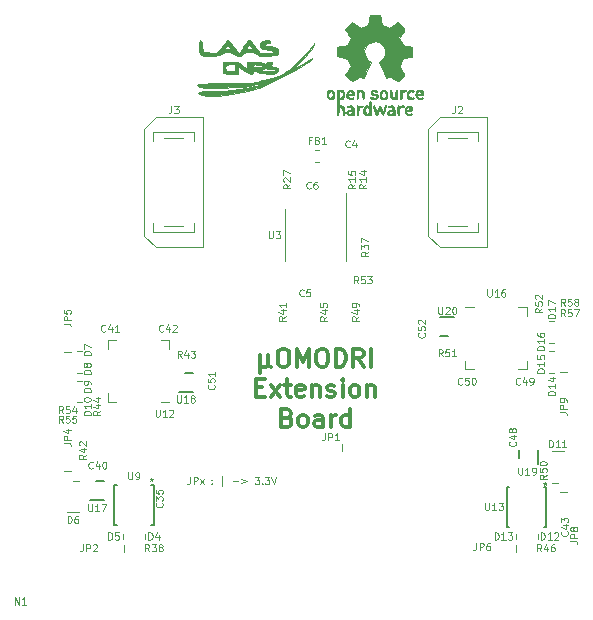
<source format=gto>
%TF.GenerationSoftware,KiCad,Pcbnew,(5.1.6)-1*%
%TF.CreationDate,2021-04-12T15:21:15+02:00*%
%TF.ProjectId,EcatExBrd,45636174-4578-4427-9264-2e6b69636164,1.0*%
%TF.SameCoordinates,Original*%
%TF.FileFunction,Legend,Top*%
%TF.FilePolarity,Positive*%
%FSLAX46Y46*%
G04 Gerber Fmt 4.6, Leading zero omitted, Abs format (unit mm)*
G04 Created by KiCad (PCBNEW (5.1.6)-1) date 2021-04-12 15:21:15*
%MOMM*%
%LPD*%
G01*
G04 APERTURE LIST*
%ADD10C,0.120000*%
%ADD11C,0.300000*%
%ADD12C,0.152400*%
%ADD13C,0.010000*%
G04 APERTURE END LIST*
D10*
X144400000Y-90371428D02*
X144400000Y-90514285D01*
X144257142Y-90457142D02*
X144400000Y-90514285D01*
X144542857Y-90457142D01*
X144314285Y-90628571D02*
X144400000Y-90514285D01*
X144485714Y-90628571D01*
X111100000Y-90071428D02*
X111100000Y-90214285D01*
X110957142Y-90157142D02*
X111100000Y-90214285D01*
X111242857Y-90157142D01*
X111014285Y-90328571D02*
X111100000Y-90214285D01*
X111185714Y-90328571D01*
X114385714Y-89971428D02*
X114385714Y-90400000D01*
X114357142Y-90485714D01*
X114300000Y-90542857D01*
X114214285Y-90571428D01*
X114157142Y-90571428D01*
X114671428Y-90571428D02*
X114671428Y-89971428D01*
X114900000Y-89971428D01*
X114957142Y-90000000D01*
X114985714Y-90028571D01*
X115014285Y-90085714D01*
X115014285Y-90171428D01*
X114985714Y-90228571D01*
X114957142Y-90257142D01*
X114900000Y-90285714D01*
X114671428Y-90285714D01*
X115214285Y-90571428D02*
X115528571Y-90171428D01*
X115214285Y-90171428D02*
X115528571Y-90571428D01*
X116214285Y-90514285D02*
X116242857Y-90542857D01*
X116214285Y-90571428D01*
X116185714Y-90542857D01*
X116214285Y-90514285D01*
X116214285Y-90571428D01*
X116214285Y-90200000D02*
X116242857Y-90228571D01*
X116214285Y-90257142D01*
X116185714Y-90228571D01*
X116214285Y-90200000D01*
X116214285Y-90257142D01*
X117100000Y-90771428D02*
X117100000Y-89914285D01*
X117985714Y-90342857D02*
X118442857Y-90342857D01*
X118728571Y-90171428D02*
X119185714Y-90342857D01*
X118728571Y-90514285D01*
X119871428Y-89971428D02*
X120242857Y-89971428D01*
X120042857Y-90200000D01*
X120128571Y-90200000D01*
X120185714Y-90228571D01*
X120214285Y-90257142D01*
X120242857Y-90314285D01*
X120242857Y-90457142D01*
X120214285Y-90514285D01*
X120185714Y-90542857D01*
X120128571Y-90571428D01*
X119957142Y-90571428D01*
X119900000Y-90542857D01*
X119871428Y-90514285D01*
X120500000Y-90514285D02*
X120528571Y-90542857D01*
X120500000Y-90571428D01*
X120471428Y-90542857D01*
X120500000Y-90514285D01*
X120500000Y-90571428D01*
X120728571Y-89971428D02*
X121100000Y-89971428D01*
X120900000Y-90200000D01*
X120985714Y-90200000D01*
X121042857Y-90228571D01*
X121071428Y-90257142D01*
X121100000Y-90314285D01*
X121100000Y-90457142D01*
X121071428Y-90514285D01*
X121042857Y-90542857D01*
X120985714Y-90571428D01*
X120814285Y-90571428D01*
X120757142Y-90542857D01*
X120728571Y-90514285D01*
X121271428Y-89971428D02*
X121471428Y-90571428D01*
X121671428Y-89971428D01*
D11*
X120285714Y-79628571D02*
X120285714Y-81128571D01*
X121000000Y-80414285D02*
X121071428Y-80557142D01*
X121214285Y-80628571D01*
X120285714Y-80414285D02*
X120357142Y-80557142D01*
X120500000Y-80628571D01*
X120785714Y-80628571D01*
X120928571Y-80557142D01*
X121000000Y-80414285D01*
X121000000Y-79628571D01*
X122142857Y-79128571D02*
X122428571Y-79128571D01*
X122571428Y-79200000D01*
X122714285Y-79342857D01*
X122785714Y-79628571D01*
X122785714Y-80128571D01*
X122714285Y-80414285D01*
X122571428Y-80557142D01*
X122428571Y-80628571D01*
X122142857Y-80628571D01*
X122000000Y-80557142D01*
X121857142Y-80414285D01*
X121785714Y-80128571D01*
X121785714Y-79628571D01*
X121857142Y-79342857D01*
X122000000Y-79200000D01*
X122142857Y-79128571D01*
X123428571Y-80628571D02*
X123428571Y-79128571D01*
X123928571Y-80200000D01*
X124428571Y-79128571D01*
X124428571Y-80628571D01*
X125428571Y-79128571D02*
X125714285Y-79128571D01*
X125857142Y-79200000D01*
X126000000Y-79342857D01*
X126071428Y-79628571D01*
X126071428Y-80128571D01*
X126000000Y-80414285D01*
X125857142Y-80557142D01*
X125714285Y-80628571D01*
X125428571Y-80628571D01*
X125285714Y-80557142D01*
X125142857Y-80414285D01*
X125071428Y-80128571D01*
X125071428Y-79628571D01*
X125142857Y-79342857D01*
X125285714Y-79200000D01*
X125428571Y-79128571D01*
X126714285Y-80628571D02*
X126714285Y-79128571D01*
X127071428Y-79128571D01*
X127285714Y-79200000D01*
X127428571Y-79342857D01*
X127500000Y-79485714D01*
X127571428Y-79771428D01*
X127571428Y-79985714D01*
X127500000Y-80271428D01*
X127428571Y-80414285D01*
X127285714Y-80557142D01*
X127071428Y-80628571D01*
X126714285Y-80628571D01*
X129071428Y-80628571D02*
X128571428Y-79914285D01*
X128214285Y-80628571D02*
X128214285Y-79128571D01*
X128785714Y-79128571D01*
X128928571Y-79200000D01*
X129000000Y-79271428D01*
X129071428Y-79414285D01*
X129071428Y-79628571D01*
X129000000Y-79771428D01*
X128928571Y-79842857D01*
X128785714Y-79914285D01*
X128214285Y-79914285D01*
X129714285Y-80628571D02*
X129714285Y-79128571D01*
X120000000Y-82392857D02*
X120500000Y-82392857D01*
X120714285Y-83178571D02*
X120000000Y-83178571D01*
X120000000Y-81678571D01*
X120714285Y-81678571D01*
X121214285Y-83178571D02*
X122000000Y-82178571D01*
X121214285Y-82178571D02*
X122000000Y-83178571D01*
X122357142Y-82178571D02*
X122928571Y-82178571D01*
X122571428Y-81678571D02*
X122571428Y-82964285D01*
X122642857Y-83107142D01*
X122785714Y-83178571D01*
X122928571Y-83178571D01*
X124000000Y-83107142D02*
X123857142Y-83178571D01*
X123571428Y-83178571D01*
X123428571Y-83107142D01*
X123357142Y-82964285D01*
X123357142Y-82392857D01*
X123428571Y-82250000D01*
X123571428Y-82178571D01*
X123857142Y-82178571D01*
X124000000Y-82250000D01*
X124071428Y-82392857D01*
X124071428Y-82535714D01*
X123357142Y-82678571D01*
X124714285Y-82178571D02*
X124714285Y-83178571D01*
X124714285Y-82321428D02*
X124785714Y-82250000D01*
X124928571Y-82178571D01*
X125142857Y-82178571D01*
X125285714Y-82250000D01*
X125357142Y-82392857D01*
X125357142Y-83178571D01*
X126000000Y-83107142D02*
X126142857Y-83178571D01*
X126428571Y-83178571D01*
X126571428Y-83107142D01*
X126642857Y-82964285D01*
X126642857Y-82892857D01*
X126571428Y-82750000D01*
X126428571Y-82678571D01*
X126214285Y-82678571D01*
X126071428Y-82607142D01*
X126000000Y-82464285D01*
X126000000Y-82392857D01*
X126071428Y-82250000D01*
X126214285Y-82178571D01*
X126428571Y-82178571D01*
X126571428Y-82250000D01*
X127285714Y-83178571D02*
X127285714Y-82178571D01*
X127285714Y-81678571D02*
X127214285Y-81750000D01*
X127285714Y-81821428D01*
X127357142Y-81750000D01*
X127285714Y-81678571D01*
X127285714Y-81821428D01*
X128214285Y-83178571D02*
X128071428Y-83107142D01*
X128000000Y-83035714D01*
X127928571Y-82892857D01*
X127928571Y-82464285D01*
X128000000Y-82321428D01*
X128071428Y-82250000D01*
X128214285Y-82178571D01*
X128428571Y-82178571D01*
X128571428Y-82250000D01*
X128642857Y-82321428D01*
X128714285Y-82464285D01*
X128714285Y-82892857D01*
X128642857Y-83035714D01*
X128571428Y-83107142D01*
X128428571Y-83178571D01*
X128214285Y-83178571D01*
X129357142Y-82178571D02*
X129357142Y-83178571D01*
X129357142Y-82321428D02*
X129428571Y-82250000D01*
X129571428Y-82178571D01*
X129785714Y-82178571D01*
X129928571Y-82250000D01*
X130000000Y-82392857D01*
X130000000Y-83178571D01*
X122607142Y-84942857D02*
X122821428Y-85014285D01*
X122892857Y-85085714D01*
X122964285Y-85228571D01*
X122964285Y-85442857D01*
X122892857Y-85585714D01*
X122821428Y-85657142D01*
X122678571Y-85728571D01*
X122107142Y-85728571D01*
X122107142Y-84228571D01*
X122607142Y-84228571D01*
X122750000Y-84300000D01*
X122821428Y-84371428D01*
X122892857Y-84514285D01*
X122892857Y-84657142D01*
X122821428Y-84800000D01*
X122750000Y-84871428D01*
X122607142Y-84942857D01*
X122107142Y-84942857D01*
X123821428Y-85728571D02*
X123678571Y-85657142D01*
X123607142Y-85585714D01*
X123535714Y-85442857D01*
X123535714Y-85014285D01*
X123607142Y-84871428D01*
X123678571Y-84800000D01*
X123821428Y-84728571D01*
X124035714Y-84728571D01*
X124178571Y-84800000D01*
X124250000Y-84871428D01*
X124321428Y-85014285D01*
X124321428Y-85442857D01*
X124250000Y-85585714D01*
X124178571Y-85657142D01*
X124035714Y-85728571D01*
X123821428Y-85728571D01*
X125607142Y-85728571D02*
X125607142Y-84942857D01*
X125535714Y-84800000D01*
X125392857Y-84728571D01*
X125107142Y-84728571D01*
X124964285Y-84800000D01*
X125607142Y-85657142D02*
X125464285Y-85728571D01*
X125107142Y-85728571D01*
X124964285Y-85657142D01*
X124892857Y-85514285D01*
X124892857Y-85371428D01*
X124964285Y-85228571D01*
X125107142Y-85157142D01*
X125464285Y-85157142D01*
X125607142Y-85085714D01*
X126321428Y-85728571D02*
X126321428Y-84728571D01*
X126321428Y-85014285D02*
X126392857Y-84871428D01*
X126464285Y-84800000D01*
X126607142Y-84728571D01*
X126750000Y-84728571D01*
X127892857Y-85728571D02*
X127892857Y-84228571D01*
X127892857Y-85657142D02*
X127750000Y-85728571D01*
X127464285Y-85728571D01*
X127321428Y-85657142D01*
X127250000Y-85585714D01*
X127178571Y-85442857D01*
X127178571Y-85014285D01*
X127250000Y-84871428D01*
X127321428Y-84800000D01*
X127464285Y-84728571D01*
X127750000Y-84728571D01*
X127892857Y-84800000D01*
D10*
%TO.C,JP1*%
X127250000Y-87200000D02*
X127250000Y-87800000D01*
%TO.C,JP2*%
X108750000Y-95700000D02*
X108750000Y-96300000D01*
%TO.C,JP4*%
X104300000Y-89500000D02*
X103700000Y-89500000D01*
%TO.C,JP5*%
X104300000Y-79350000D02*
X103700000Y-79350000D01*
%TO.C,JP6*%
X142000000Y-95700000D02*
X142000000Y-96300000D01*
%TO.C,JP8*%
X145700000Y-91250000D02*
X146300000Y-91250000D01*
%TO.C,JP9*%
X145700000Y-81100000D02*
X146300000Y-81100000D01*
%TO.C,U3*%
X122390000Y-69500000D02*
X122390000Y-71700000D01*
X122390000Y-69500000D02*
X122390000Y-67300000D01*
X127610000Y-69500000D02*
X127610000Y-71700000D01*
X127610000Y-69500000D02*
X127610000Y-65900000D01*
%TO.C,U16*%
X138415000Y-75617500D02*
X137690000Y-75617500D01*
X142910000Y-80837500D02*
X142910000Y-80112500D01*
X142185000Y-80837500D02*
X142910000Y-80837500D01*
X137690000Y-80837500D02*
X137690000Y-80112500D01*
X138415000Y-80837500D02*
X137690000Y-80837500D01*
X142910000Y-75617500D02*
X142910000Y-76342500D01*
X142185000Y-75617500D02*
X142910000Y-75617500D01*
%TO.C,J2*%
X138750000Y-60802500D02*
X138750000Y-61500000D01*
X135250000Y-60802500D02*
X135250000Y-61500000D01*
X138750000Y-69197500D02*
X138750000Y-68500000D01*
X135250000Y-69197500D02*
X135250000Y-68500000D01*
X137790000Y-61302500D02*
X136210000Y-61302500D01*
X136210000Y-68697500D02*
X137790000Y-68697500D01*
X134500000Y-69530000D02*
X134500000Y-60470000D01*
X139500000Y-70530000D02*
X139500000Y-59470000D01*
X135500000Y-70530000D02*
X139500000Y-70530000D01*
X135500000Y-59470000D02*
X139500000Y-59470000D01*
X134500000Y-60470000D02*
X135500000Y-59470000D01*
X134500000Y-69530000D02*
X135500000Y-70530000D01*
X138750000Y-60802500D02*
X135250000Y-60802500D01*
X135250000Y-69197500D02*
X138750000Y-69197500D01*
D12*
%TO.C,U17*%
X107100000Y-90325000D02*
X106400000Y-90325000D01*
X105900000Y-91925000D02*
X107100000Y-91925000D01*
%TO.C,U18*%
X114650000Y-81200000D02*
X113950000Y-81200000D01*
X113450000Y-82800000D02*
X114650000Y-82800000D01*
%TO.C,U19*%
X142200000Y-87650000D02*
X142200000Y-88350000D01*
X143800000Y-88850000D02*
X143800000Y-87650000D01*
%TO.C,U20*%
X135550000Y-78027500D02*
X136250000Y-78027500D01*
X136750000Y-76427500D02*
X135550000Y-76427500D01*
D10*
%TO.C,D6*%
X105000000Y-92975000D02*
X104000000Y-92975000D01*
X105000000Y-90275000D02*
X104500000Y-90275000D01*
%TO.C,D11*%
X145000000Y-87775000D02*
X146000000Y-87775000D01*
X145000000Y-90475000D02*
X145500000Y-90475000D01*
%TO.C,FB1*%
X125300279Y-63310000D02*
X124974721Y-63310000D01*
X125300279Y-62290000D02*
X124974721Y-62290000D01*
%TO.C,J3*%
X114750000Y-60802500D02*
X114750000Y-61500000D01*
X111250000Y-60802500D02*
X111250000Y-61500000D01*
X114750000Y-69197500D02*
X114750000Y-68500000D01*
X111250000Y-69197500D02*
X111250000Y-68500000D01*
X113790000Y-61302500D02*
X112210000Y-61302500D01*
X112210000Y-68697500D02*
X113790000Y-68697500D01*
X110500000Y-69530000D02*
X110500000Y-60470000D01*
X115500000Y-70530000D02*
X115500000Y-59470000D01*
X111500000Y-70530000D02*
X115500000Y-70530000D01*
X111500000Y-59470000D02*
X115500000Y-59470000D01*
X110500000Y-60470000D02*
X111500000Y-59470000D01*
X110500000Y-69530000D02*
X111500000Y-70530000D01*
X114750000Y-60802500D02*
X111250000Y-60802500D01*
X111250000Y-69197500D02*
X114750000Y-69197500D01*
D12*
%TO.C,U9*%
X111085539Y-94026400D02*
X111301400Y-94026400D01*
X108164461Y-90673600D02*
X107948600Y-90673600D01*
X111301400Y-90673600D02*
X111085539Y-90673600D01*
X111301400Y-94026400D02*
X111301400Y-90673600D01*
X107948600Y-94026400D02*
X108164461Y-94026400D01*
X107948600Y-90673600D02*
X107948600Y-94026400D01*
D10*
%TO.C,U12*%
X111885000Y-83610000D02*
X112610000Y-83610000D01*
X107390000Y-78390000D02*
X107390000Y-79115000D01*
X108115000Y-78390000D02*
X107390000Y-78390000D01*
X112610000Y-78390000D02*
X112610000Y-79115000D01*
X111885000Y-78390000D02*
X112610000Y-78390000D01*
X107390000Y-83610000D02*
X107390000Y-82885000D01*
X108115000Y-83610000D02*
X107390000Y-83610000D01*
D12*
%TO.C,U13*%
X144335539Y-94176400D02*
X144551400Y-94176400D01*
X141414461Y-90823600D02*
X141198600Y-90823600D01*
X144551400Y-90823600D02*
X144335539Y-90823600D01*
X144551400Y-94176400D02*
X144551400Y-90823600D01*
X141198600Y-94176400D02*
X141414461Y-94176400D01*
X141198600Y-90823600D02*
X141198600Y-94176400D01*
D10*
%TO.C,D4*%
X110545000Y-95200000D02*
X110545000Y-94800000D01*
%TO.C,D5*%
X108705000Y-94800000D02*
X108705000Y-95200000D01*
%TO.C,D7*%
X105200000Y-79305000D02*
X104800000Y-79305000D01*
%TO.C,D8*%
X104800000Y-81145000D02*
X105200000Y-81145000D01*
%TO.C,D9*%
X105200000Y-81805000D02*
X104800000Y-81805000D01*
%TO.C,D10*%
X104800000Y-83645000D02*
X105200000Y-83645000D01*
%TO.C,D12*%
X143800000Y-95200000D02*
X143800000Y-94800000D01*
%TO.C,D13*%
X141950000Y-94800000D02*
X141950000Y-95200000D01*
%TO.C,D14*%
X144800000Y-81145000D02*
X145200000Y-81145000D01*
%TO.C,D15*%
X145200000Y-79305000D02*
X144800000Y-79305000D01*
%TO.C,D16*%
X144800000Y-78645000D02*
X145200000Y-78645000D01*
%TO.C,D17*%
X145200000Y-76805000D02*
X144800000Y-76805000D01*
D13*
%TO.C,G1*%
G36*
X124871044Y-53350048D02*
G01*
X124758317Y-53537726D01*
X124576091Y-53795172D01*
X124346000Y-54094109D01*
X124089679Y-54406261D01*
X123828763Y-54703352D01*
X123624077Y-54918377D01*
X123382816Y-55163063D01*
X123254796Y-55304998D01*
X123231035Y-55358626D01*
X123302549Y-55338391D01*
X123389304Y-55295853D01*
X123614976Y-55167989D01*
X123910618Y-54985139D01*
X124176359Y-54810844D01*
X124424954Y-54651814D01*
X124615694Y-54547090D01*
X124709927Y-54517717D01*
X124712051Y-54519162D01*
X124678217Y-54592969D01*
X124512541Y-54728814D01*
X124235790Y-54915361D01*
X123868734Y-55141275D01*
X123432142Y-55395221D01*
X122946782Y-55665866D01*
X122433423Y-55941874D01*
X121912834Y-56211911D01*
X121405785Y-56464641D01*
X120933043Y-56688730D01*
X120515378Y-56872844D01*
X120173559Y-57005648D01*
X120127000Y-57021475D01*
X119259845Y-57272016D01*
X118349800Y-57468896D01*
X117438732Y-57606609D01*
X116568509Y-57679644D01*
X115780998Y-57682494D01*
X115364500Y-57648086D01*
X115155144Y-57587103D01*
X115089334Y-57467026D01*
X115089333Y-57466432D01*
X115102894Y-57411304D01*
X115159453Y-57371551D01*
X115282826Y-57344494D01*
X115496830Y-57327456D01*
X115825281Y-57317759D01*
X116291994Y-57312723D01*
X116465167Y-57311707D01*
X117250041Y-57295152D01*
X117927638Y-57249206D01*
X118558653Y-57165928D01*
X119203778Y-57037378D01*
X119897975Y-56862583D01*
X120261285Y-56757915D01*
X120479766Y-56682166D01*
X120549910Y-56640298D01*
X120468208Y-56637276D01*
X120231153Y-56678060D01*
X119991277Y-56730602D01*
X119438969Y-56832709D01*
X118757762Y-56917247D01*
X117987495Y-56980847D01*
X117168007Y-57020137D01*
X116429758Y-57031929D01*
X115903162Y-57029000D01*
X115522865Y-57017538D01*
X115265894Y-56993646D01*
X115109278Y-56953426D01*
X115030045Y-56892978D01*
X115005224Y-56808406D01*
X115004761Y-56790108D01*
X115018225Y-56747900D01*
X115071010Y-56715105D01*
X115181803Y-56690546D01*
X115369292Y-56673046D01*
X115652165Y-56661428D01*
X116049109Y-56654515D01*
X116578811Y-56651130D01*
X117227261Y-56650106D01*
X117953249Y-56647805D01*
X118535775Y-56640647D01*
X119000675Y-56627276D01*
X119373783Y-56606336D01*
X119680936Y-56576472D01*
X119842242Y-56552222D01*
X120705556Y-56552222D01*
X120717178Y-56602557D01*
X120762000Y-56608667D01*
X120831690Y-56577689D01*
X120818445Y-56552222D01*
X120717965Y-56542089D01*
X120705556Y-56552222D01*
X119842242Y-56552222D01*
X119947967Y-56536328D01*
X120145057Y-56496999D01*
X120206480Y-56481667D01*
X120931334Y-56481667D01*
X120973667Y-56524000D01*
X121016000Y-56481667D01*
X120973667Y-56439334D01*
X120931334Y-56481667D01*
X120206480Y-56481667D01*
X120943031Y-56297815D01*
X121638907Y-56074171D01*
X122205331Y-55835392D01*
X122413969Y-55723575D01*
X122719821Y-55511061D01*
X123093183Y-55201832D01*
X123496515Y-54831980D01*
X123892275Y-54437598D01*
X124242923Y-54054779D01*
X124510916Y-53719616D01*
X124537043Y-53682420D01*
X124702461Y-53455230D01*
X124830341Y-53303590D01*
X124892635Y-53260413D01*
X124871044Y-53350048D01*
G37*
X124871044Y-53350048D02*
X124758317Y-53537726D01*
X124576091Y-53795172D01*
X124346000Y-54094109D01*
X124089679Y-54406261D01*
X123828763Y-54703352D01*
X123624077Y-54918377D01*
X123382816Y-55163063D01*
X123254796Y-55304998D01*
X123231035Y-55358626D01*
X123302549Y-55338391D01*
X123389304Y-55295853D01*
X123614976Y-55167989D01*
X123910618Y-54985139D01*
X124176359Y-54810844D01*
X124424954Y-54651814D01*
X124615694Y-54547090D01*
X124709927Y-54517717D01*
X124712051Y-54519162D01*
X124678217Y-54592969D01*
X124512541Y-54728814D01*
X124235790Y-54915361D01*
X123868734Y-55141275D01*
X123432142Y-55395221D01*
X122946782Y-55665866D01*
X122433423Y-55941874D01*
X121912834Y-56211911D01*
X121405785Y-56464641D01*
X120933043Y-56688730D01*
X120515378Y-56872844D01*
X120173559Y-57005648D01*
X120127000Y-57021475D01*
X119259845Y-57272016D01*
X118349800Y-57468896D01*
X117438732Y-57606609D01*
X116568509Y-57679644D01*
X115780998Y-57682494D01*
X115364500Y-57648086D01*
X115155144Y-57587103D01*
X115089334Y-57467026D01*
X115089333Y-57466432D01*
X115102894Y-57411304D01*
X115159453Y-57371551D01*
X115282826Y-57344494D01*
X115496830Y-57327456D01*
X115825281Y-57317759D01*
X116291994Y-57312723D01*
X116465167Y-57311707D01*
X117250041Y-57295152D01*
X117927638Y-57249206D01*
X118558653Y-57165928D01*
X119203778Y-57037378D01*
X119897975Y-56862583D01*
X120261285Y-56757915D01*
X120479766Y-56682166D01*
X120549910Y-56640298D01*
X120468208Y-56637276D01*
X120231153Y-56678060D01*
X119991277Y-56730602D01*
X119438969Y-56832709D01*
X118757762Y-56917247D01*
X117987495Y-56980847D01*
X117168007Y-57020137D01*
X116429758Y-57031929D01*
X115903162Y-57029000D01*
X115522865Y-57017538D01*
X115265894Y-56993646D01*
X115109278Y-56953426D01*
X115030045Y-56892978D01*
X115005224Y-56808406D01*
X115004761Y-56790108D01*
X115018225Y-56747900D01*
X115071010Y-56715105D01*
X115181803Y-56690546D01*
X115369292Y-56673046D01*
X115652165Y-56661428D01*
X116049109Y-56654515D01*
X116578811Y-56651130D01*
X117227261Y-56650106D01*
X117953249Y-56647805D01*
X118535775Y-56640647D01*
X119000675Y-56627276D01*
X119373783Y-56606336D01*
X119680936Y-56576472D01*
X119842242Y-56552222D01*
X120705556Y-56552222D01*
X120717178Y-56602557D01*
X120762000Y-56608667D01*
X120831690Y-56577689D01*
X120818445Y-56552222D01*
X120717965Y-56542089D01*
X120705556Y-56552222D01*
X119842242Y-56552222D01*
X119947967Y-56536328D01*
X120145057Y-56496999D01*
X120206480Y-56481667D01*
X120931334Y-56481667D01*
X120973667Y-56524000D01*
X121016000Y-56481667D01*
X120973667Y-56439334D01*
X120931334Y-56481667D01*
X120206480Y-56481667D01*
X120943031Y-56297815D01*
X121638907Y-56074171D01*
X122205331Y-55835392D01*
X122413969Y-55723575D01*
X122719821Y-55511061D01*
X123093183Y-55201832D01*
X123496515Y-54831980D01*
X123892275Y-54437598D01*
X124242923Y-54054779D01*
X124510916Y-53719616D01*
X124537043Y-53682420D01*
X124702461Y-53455230D01*
X124830341Y-53303590D01*
X124892635Y-53260413D01*
X124871044Y-53350048D01*
G36*
X121300997Y-54853760D02*
G01*
X121354667Y-54918062D01*
X121285042Y-55012094D01*
X121164167Y-55078275D01*
X120973667Y-55151093D01*
X121185334Y-55200010D01*
X121445484Y-55249664D01*
X121607802Y-55272631D01*
X121791110Y-55358262D01*
X121853901Y-55525828D01*
X121776584Y-55721292D01*
X121772347Y-55726479D01*
X121618911Y-55802201D01*
X121348245Y-55839988D01*
X121007790Y-55841367D01*
X120644987Y-55807864D01*
X120307277Y-55741004D01*
X120105834Y-55672868D01*
X119887183Y-55582434D01*
X119781920Y-55561064D01*
X119748642Y-55609169D01*
X119746000Y-55676432D01*
X119685839Y-55809147D01*
X119525677Y-55840380D01*
X119295991Y-55776577D01*
X119027262Y-55624181D01*
X118899813Y-55523779D01*
X120487138Y-55523779D01*
X120525713Y-55605598D01*
X120530962Y-55609057D01*
X120697369Y-55644816D01*
X120747758Y-55634111D01*
X120898277Y-55608466D01*
X121140235Y-55593914D01*
X121234592Y-55592667D01*
X121459398Y-55575558D01*
X121592797Y-55532355D01*
X121608667Y-55508000D01*
X121533054Y-55457228D01*
X121342007Y-55427007D01*
X121232664Y-55423334D01*
X120993925Y-55406508D01*
X120834303Y-55364132D01*
X120806398Y-55342007D01*
X120713241Y-55326987D01*
X120591529Y-55401619D01*
X120487138Y-55523779D01*
X118899813Y-55523779D01*
X118854192Y-55487840D01*
X118476000Y-55154942D01*
X118476000Y-55825694D01*
X117839051Y-55838026D01*
X117485582Y-55835854D01*
X117271976Y-55809625D01*
X117169904Y-55754905D01*
X117156376Y-55731198D01*
X117133729Y-55576439D01*
X117132275Y-55343641D01*
X117375334Y-55343641D01*
X117388266Y-55489299D01*
X117456772Y-55564175D01*
X117625414Y-55597694D01*
X117777500Y-55609195D01*
X118020274Y-55619214D01*
X118141801Y-55589180D01*
X118189782Y-55490417D01*
X118206451Y-55351340D01*
X118213881Y-55147840D01*
X118196141Y-55031555D01*
X118193044Y-55027488D01*
X118092776Y-55015090D01*
X117884823Y-55029711D01*
X117764093Y-55045595D01*
X117526075Y-55091032D01*
X117411994Y-55155758D01*
X117377123Y-55274067D01*
X117375334Y-55343641D01*
X117132275Y-55343641D01*
X117132207Y-55332847D01*
X117137159Y-55242520D01*
X117163667Y-54873000D01*
X117828672Y-54860039D01*
X118167053Y-54857274D01*
X118388884Y-54874947D01*
X118546855Y-54927794D01*
X118693652Y-55030549D01*
X118812600Y-55135206D01*
X119004649Y-55300007D01*
X119144685Y-55404283D01*
X119184762Y-55423334D01*
X119220528Y-55349027D01*
X119237729Y-55167256D01*
X119237988Y-55139719D01*
X119746000Y-55139719D01*
X119770018Y-55236019D01*
X119870552Y-55274700D01*
X120090323Y-55270061D01*
X120127000Y-55267252D01*
X120354277Y-55234044D01*
X120490562Y-55184922D01*
X120508000Y-55160808D01*
X120434552Y-55106767D01*
X120260925Y-55084667D01*
X120031956Y-55067455D01*
X119879925Y-55033275D01*
X119769677Y-55040663D01*
X119746000Y-55139719D01*
X119237988Y-55139719D01*
X119238000Y-55138520D01*
X119238000Y-54853707D01*
X119863959Y-54839193D01*
X120257749Y-54844819D01*
X120504888Y-54885464D01*
X120607201Y-54941963D01*
X120721182Y-55016289D01*
X120827555Y-54948886D01*
X120831247Y-54944957D01*
X120970887Y-54864645D01*
X121150464Y-54833065D01*
X121300997Y-54853760D01*
G37*
X121300997Y-54853760D02*
X121354667Y-54918062D01*
X121285042Y-55012094D01*
X121164167Y-55078275D01*
X120973667Y-55151093D01*
X121185334Y-55200010D01*
X121445484Y-55249664D01*
X121607802Y-55272631D01*
X121791110Y-55358262D01*
X121853901Y-55525828D01*
X121776584Y-55721292D01*
X121772347Y-55726479D01*
X121618911Y-55802201D01*
X121348245Y-55839988D01*
X121007790Y-55841367D01*
X120644987Y-55807864D01*
X120307277Y-55741004D01*
X120105834Y-55672868D01*
X119887183Y-55582434D01*
X119781920Y-55561064D01*
X119748642Y-55609169D01*
X119746000Y-55676432D01*
X119685839Y-55809147D01*
X119525677Y-55840380D01*
X119295991Y-55776577D01*
X119027262Y-55624181D01*
X118899813Y-55523779D01*
X120487138Y-55523779D01*
X120525713Y-55605598D01*
X120530962Y-55609057D01*
X120697369Y-55644816D01*
X120747758Y-55634111D01*
X120898277Y-55608466D01*
X121140235Y-55593914D01*
X121234592Y-55592667D01*
X121459398Y-55575558D01*
X121592797Y-55532355D01*
X121608667Y-55508000D01*
X121533054Y-55457228D01*
X121342007Y-55427007D01*
X121232664Y-55423334D01*
X120993925Y-55406508D01*
X120834303Y-55364132D01*
X120806398Y-55342007D01*
X120713241Y-55326987D01*
X120591529Y-55401619D01*
X120487138Y-55523779D01*
X118899813Y-55523779D01*
X118854192Y-55487840D01*
X118476000Y-55154942D01*
X118476000Y-55825694D01*
X117839051Y-55838026D01*
X117485582Y-55835854D01*
X117271976Y-55809625D01*
X117169904Y-55754905D01*
X117156376Y-55731198D01*
X117133729Y-55576439D01*
X117132275Y-55343641D01*
X117375334Y-55343641D01*
X117388266Y-55489299D01*
X117456772Y-55564175D01*
X117625414Y-55597694D01*
X117777500Y-55609195D01*
X118020274Y-55619214D01*
X118141801Y-55589180D01*
X118189782Y-55490417D01*
X118206451Y-55351340D01*
X118213881Y-55147840D01*
X118196141Y-55031555D01*
X118193044Y-55027488D01*
X118092776Y-55015090D01*
X117884823Y-55029711D01*
X117764093Y-55045595D01*
X117526075Y-55091032D01*
X117411994Y-55155758D01*
X117377123Y-55274067D01*
X117375334Y-55343641D01*
X117132275Y-55343641D01*
X117132207Y-55332847D01*
X117137159Y-55242520D01*
X117163667Y-54873000D01*
X117828672Y-54860039D01*
X118167053Y-54857274D01*
X118388884Y-54874947D01*
X118546855Y-54927794D01*
X118693652Y-55030549D01*
X118812600Y-55135206D01*
X119004649Y-55300007D01*
X119144685Y-55404283D01*
X119184762Y-55423334D01*
X119220528Y-55349027D01*
X119237729Y-55167256D01*
X119237988Y-55139719D01*
X119746000Y-55139719D01*
X119770018Y-55236019D01*
X119870552Y-55274700D01*
X120090323Y-55270061D01*
X120127000Y-55267252D01*
X120354277Y-55234044D01*
X120490562Y-55184922D01*
X120508000Y-55160808D01*
X120434552Y-55106767D01*
X120260925Y-55084667D01*
X120031956Y-55067455D01*
X119879925Y-55033275D01*
X119769677Y-55040663D01*
X119746000Y-55139719D01*
X119237988Y-55139719D01*
X119238000Y-55138520D01*
X119238000Y-54853707D01*
X119863959Y-54839193D01*
X120257749Y-54844819D01*
X120504888Y-54885464D01*
X120607201Y-54941963D01*
X120721182Y-55016289D01*
X120827555Y-54948886D01*
X120831247Y-54944957D01*
X120970887Y-54864645D01*
X121150464Y-54833065D01*
X121300997Y-54853760D01*
G36*
X121044948Y-53008065D02*
G01*
X121160831Y-53105017D01*
X121162020Y-53108455D01*
X121112813Y-53191691D01*
X120949511Y-53260193D01*
X120935818Y-53263348D01*
X120732747Y-53327446D01*
X120695668Y-53391157D01*
X120821270Y-53450827D01*
X121106245Y-53502803D01*
X121158591Y-53509248D01*
X121525968Y-53572975D01*
X121748561Y-53667748D01*
X121849976Y-53806792D01*
X121862667Y-53903653D01*
X121825816Y-54087402D01*
X121700393Y-54211733D01*
X121464091Y-54285797D01*
X121094604Y-54318745D01*
X120841337Y-54322667D01*
X120472618Y-54318335D01*
X120235899Y-54300460D01*
X120093961Y-54261721D01*
X120009585Y-54194799D01*
X119980351Y-54153334D01*
X119880226Y-54050562D01*
X119713490Y-53998968D01*
X119431057Y-53984046D01*
X119407334Y-53984000D01*
X119115607Y-53997026D01*
X118942793Y-54045773D01*
X118839806Y-54144747D01*
X118834316Y-54153334D01*
X118662022Y-54289965D01*
X118430202Y-54322098D01*
X118212571Y-54249734D01*
X118117685Y-54153334D01*
X117957031Y-54036121D01*
X117700404Y-53978847D01*
X117410422Y-53982100D01*
X117149702Y-54046464D01*
X117003773Y-54142903D01*
X116901617Y-54222833D01*
X116745509Y-54273334D01*
X116497414Y-54301719D01*
X116119299Y-54315300D01*
X116105775Y-54315551D01*
X115743267Y-54319205D01*
X115510941Y-54308447D01*
X115369747Y-54274786D01*
X115280636Y-54209729D01*
X115215765Y-54122016D01*
X115138706Y-53925235D01*
X115101662Y-53666956D01*
X115102680Y-53397857D01*
X115139804Y-53168613D01*
X115211077Y-53029903D01*
X115258667Y-53010334D01*
X115338597Y-53060279D01*
X115392670Y-53227780D01*
X115428000Y-53518334D01*
X115470334Y-54026334D01*
X116699708Y-54111000D01*
X116981950Y-53678308D01*
X117338165Y-53678308D01*
X117394623Y-53723331D01*
X117546928Y-53730000D01*
X117719543Y-53717628D01*
X117756448Y-53658158D01*
X117714000Y-53560667D01*
X117618842Y-53427164D01*
X117562054Y-53391334D01*
X117474732Y-53454708D01*
X117394982Y-53560667D01*
X117338165Y-53678308D01*
X116981950Y-53678308D01*
X117058687Y-53560667D01*
X117244803Y-53298884D01*
X117412165Y-53104630D01*
X117529641Y-53013182D01*
X117544393Y-53010334D01*
X117650189Y-53074653D01*
X117820458Y-53245782D01*
X118023764Y-53490975D01*
X118089565Y-53578238D01*
X118508011Y-54146142D01*
X118821765Y-53678444D01*
X119193797Y-53678444D01*
X119260128Y-53723608D01*
X119405072Y-53730000D01*
X119577268Y-53719059D01*
X119611079Y-53663484D01*
X119557018Y-53560667D01*
X119451732Y-53428826D01*
X119389946Y-53391334D01*
X119306561Y-53456804D01*
X119238000Y-53560667D01*
X119193797Y-53678444D01*
X118821765Y-53678444D01*
X118870326Y-53606057D01*
X119055551Y-53339775D01*
X119213623Y-53130109D01*
X119314551Y-53016511D01*
X119323696Y-53009697D01*
X119428601Y-52996699D01*
X119562340Y-53086860D01*
X119741430Y-53295929D01*
X119978873Y-53634380D01*
X120296784Y-54111000D01*
X120910392Y-54086124D01*
X121258957Y-54061244D01*
X121457251Y-54018712D01*
X121523793Y-53954412D01*
X121524000Y-53949717D01*
X121441495Y-53869927D01*
X121193046Y-53812084D01*
X121021750Y-53792643D01*
X120682162Y-53754152D01*
X120478035Y-53701127D01*
X120375592Y-53613373D01*
X120341054Y-53470695D01*
X120338667Y-53384241D01*
X120379778Y-53177904D01*
X120533242Y-53059901D01*
X120565951Y-53046729D01*
X120829060Y-52986814D01*
X121044948Y-53008065D01*
G37*
X121044948Y-53008065D02*
X121160831Y-53105017D01*
X121162020Y-53108455D01*
X121112813Y-53191691D01*
X120949511Y-53260193D01*
X120935818Y-53263348D01*
X120732747Y-53327446D01*
X120695668Y-53391157D01*
X120821270Y-53450827D01*
X121106245Y-53502803D01*
X121158591Y-53509248D01*
X121525968Y-53572975D01*
X121748561Y-53667748D01*
X121849976Y-53806792D01*
X121862667Y-53903653D01*
X121825816Y-54087402D01*
X121700393Y-54211733D01*
X121464091Y-54285797D01*
X121094604Y-54318745D01*
X120841337Y-54322667D01*
X120472618Y-54318335D01*
X120235899Y-54300460D01*
X120093961Y-54261721D01*
X120009585Y-54194799D01*
X119980351Y-54153334D01*
X119880226Y-54050562D01*
X119713490Y-53998968D01*
X119431057Y-53984046D01*
X119407334Y-53984000D01*
X119115607Y-53997026D01*
X118942793Y-54045773D01*
X118839806Y-54144747D01*
X118834316Y-54153334D01*
X118662022Y-54289965D01*
X118430202Y-54322098D01*
X118212571Y-54249734D01*
X118117685Y-54153334D01*
X117957031Y-54036121D01*
X117700404Y-53978847D01*
X117410422Y-53982100D01*
X117149702Y-54046464D01*
X117003773Y-54142903D01*
X116901617Y-54222833D01*
X116745509Y-54273334D01*
X116497414Y-54301719D01*
X116119299Y-54315300D01*
X116105775Y-54315551D01*
X115743267Y-54319205D01*
X115510941Y-54308447D01*
X115369747Y-54274786D01*
X115280636Y-54209729D01*
X115215765Y-54122016D01*
X115138706Y-53925235D01*
X115101662Y-53666956D01*
X115102680Y-53397857D01*
X115139804Y-53168613D01*
X115211077Y-53029903D01*
X115258667Y-53010334D01*
X115338597Y-53060279D01*
X115392670Y-53227780D01*
X115428000Y-53518334D01*
X115470334Y-54026334D01*
X116699708Y-54111000D01*
X116981950Y-53678308D01*
X117338165Y-53678308D01*
X117394623Y-53723331D01*
X117546928Y-53730000D01*
X117719543Y-53717628D01*
X117756448Y-53658158D01*
X117714000Y-53560667D01*
X117618842Y-53427164D01*
X117562054Y-53391334D01*
X117474732Y-53454708D01*
X117394982Y-53560667D01*
X117338165Y-53678308D01*
X116981950Y-53678308D01*
X117058687Y-53560667D01*
X117244803Y-53298884D01*
X117412165Y-53104630D01*
X117529641Y-53013182D01*
X117544393Y-53010334D01*
X117650189Y-53074653D01*
X117820458Y-53245782D01*
X118023764Y-53490975D01*
X118089565Y-53578238D01*
X118508011Y-54146142D01*
X118821765Y-53678444D01*
X119193797Y-53678444D01*
X119260128Y-53723608D01*
X119405072Y-53730000D01*
X119577268Y-53719059D01*
X119611079Y-53663484D01*
X119557018Y-53560667D01*
X119451732Y-53428826D01*
X119389946Y-53391334D01*
X119306561Y-53456804D01*
X119238000Y-53560667D01*
X119193797Y-53678444D01*
X118821765Y-53678444D01*
X118870326Y-53606057D01*
X119055551Y-53339775D01*
X119213623Y-53130109D01*
X119314551Y-53016511D01*
X119323696Y-53009697D01*
X119428601Y-52996699D01*
X119562340Y-53086860D01*
X119741430Y-53295929D01*
X119978873Y-53634380D01*
X120296784Y-54111000D01*
X120910392Y-54086124D01*
X121258957Y-54061244D01*
X121457251Y-54018712D01*
X121523793Y-53954412D01*
X121524000Y-53949717D01*
X121441495Y-53869927D01*
X121193046Y-53812084D01*
X121021750Y-53792643D01*
X120682162Y-53754152D01*
X120478035Y-53701127D01*
X120375592Y-53613373D01*
X120341054Y-53470695D01*
X120338667Y-53384241D01*
X120379778Y-53177904D01*
X120533242Y-53059901D01*
X120565951Y-53046729D01*
X120829060Y-52986814D01*
X121044948Y-53008065D01*
%TO.C,G2*%
G36*
X128099119Y-58544928D02*
G01*
X128202495Y-58648549D01*
X128257161Y-58831354D01*
X128269339Y-59031999D01*
X128266029Y-59197314D01*
X128249819Y-59284709D01*
X128211287Y-59318009D01*
X128154810Y-59321607D01*
X128011817Y-59331157D01*
X127938477Y-59345633D01*
X127810441Y-59348908D01*
X127722144Y-59326299D01*
X127623558Y-59246842D01*
X127603383Y-59145848D01*
X127723747Y-59145848D01*
X127735265Y-59174587D01*
X127805293Y-59209219D01*
X127926501Y-59215366D01*
X127930529Y-59214993D01*
X128052471Y-59183243D01*
X128103419Y-59106695D01*
X128107448Y-59084870D01*
X128102843Y-59003076D01*
X128038390Y-58973085D01*
X127973701Y-58970341D01*
X127840649Y-58997123D01*
X127748831Y-59062906D01*
X127723747Y-59145848D01*
X127603383Y-59145848D01*
X127602160Y-59139727D01*
X127646428Y-59027231D01*
X127744835Y-58931633D01*
X127885858Y-58875211D01*
X127958943Y-58868537D01*
X128073038Y-58856673D01*
X128109433Y-58812133D01*
X128106713Y-58779459D01*
X128052567Y-58710177D01*
X127916856Y-58682278D01*
X127912099Y-58682041D01*
X127780122Y-58675218D01*
X127694791Y-58669711D01*
X127690461Y-58669315D01*
X127654801Y-58646388D01*
X127689514Y-58603692D01*
X127769534Y-58556892D01*
X127869797Y-58521651D01*
X127941823Y-58512225D01*
X128099119Y-58544928D01*
G37*
X128099119Y-58544928D02*
X128202495Y-58648549D01*
X128257161Y-58831354D01*
X128269339Y-59031999D01*
X128266029Y-59197314D01*
X128249819Y-59284709D01*
X128211287Y-59318009D01*
X128154810Y-59321607D01*
X128011817Y-59331157D01*
X127938477Y-59345633D01*
X127810441Y-59348908D01*
X127722144Y-59326299D01*
X127623558Y-59246842D01*
X127603383Y-59145848D01*
X127723747Y-59145848D01*
X127735265Y-59174587D01*
X127805293Y-59209219D01*
X127926501Y-59215366D01*
X127930529Y-59214993D01*
X128052471Y-59183243D01*
X128103419Y-59106695D01*
X128107448Y-59084870D01*
X128102843Y-59003076D01*
X128038390Y-58973085D01*
X127973701Y-58970341D01*
X127840649Y-58997123D01*
X127748831Y-59062906D01*
X127723747Y-59145848D01*
X127603383Y-59145848D01*
X127602160Y-59139727D01*
X127646428Y-59027231D01*
X127744835Y-58931633D01*
X127885858Y-58875211D01*
X127958943Y-58868537D01*
X128073038Y-58856673D01*
X128109433Y-58812133D01*
X128106713Y-58779459D01*
X128052567Y-58710177D01*
X127916856Y-58682278D01*
X127912099Y-58682041D01*
X127780122Y-58675218D01*
X127694791Y-58669711D01*
X127690461Y-58669315D01*
X127654801Y-58646388D01*
X127689514Y-58603692D01*
X127769534Y-58556892D01*
X127869797Y-58521651D01*
X127941823Y-58512225D01*
X128099119Y-58544928D01*
G36*
X129651779Y-58171558D02*
G01*
X129674108Y-58229066D01*
X129687292Y-58344291D01*
X129693402Y-58533088D01*
X129694589Y-58740713D01*
X129693840Y-58991521D01*
X129689330Y-59157665D01*
X129677665Y-59256286D01*
X129655453Y-59304521D01*
X129619300Y-59319511D01*
X129580060Y-59319196D01*
X129452630Y-59327438D01*
X129389179Y-59343848D01*
X129285181Y-59345778D01*
X129220926Y-59321176D01*
X129115693Y-59209410D01*
X129058714Y-59046652D01*
X129055693Y-58983471D01*
X129195001Y-58983471D01*
X129233188Y-59117502D01*
X129316754Y-59202004D01*
X129402396Y-59215600D01*
X129470782Y-59193805D01*
X129504748Y-59135582D01*
X129515826Y-59013556D01*
X129516433Y-58944890D01*
X129512261Y-58793804D01*
X129491159Y-58718430D01*
X129440245Y-58692753D01*
X129390404Y-58690381D01*
X129278977Y-58724484D01*
X129215869Y-58828310D01*
X129195001Y-58983471D01*
X129055693Y-58983471D01*
X129050036Y-58865216D01*
X129089702Y-58697418D01*
X129177760Y-58575573D01*
X129219841Y-58549847D01*
X129346850Y-58518506D01*
X129443852Y-58553669D01*
X129503789Y-58582728D01*
X129532509Y-58557839D01*
X129541360Y-58459521D01*
X129541884Y-58385402D01*
X129551840Y-58234270D01*
X129585705Y-58165334D01*
X129618237Y-58155912D01*
X129651779Y-58171558D01*
G37*
X129651779Y-58171558D02*
X129674108Y-58229066D01*
X129687292Y-58344291D01*
X129693402Y-58533088D01*
X129694589Y-58740713D01*
X129693840Y-58991521D01*
X129689330Y-59157665D01*
X129677665Y-59256286D01*
X129655453Y-59304521D01*
X129619300Y-59319511D01*
X129580060Y-59319196D01*
X129452630Y-59327438D01*
X129389179Y-59343848D01*
X129285181Y-59345778D01*
X129220926Y-59321176D01*
X129115693Y-59209410D01*
X129058714Y-59046652D01*
X129055693Y-58983471D01*
X129195001Y-58983471D01*
X129233188Y-59117502D01*
X129316754Y-59202004D01*
X129402396Y-59215600D01*
X129470782Y-59193805D01*
X129504748Y-59135582D01*
X129515826Y-59013556D01*
X129516433Y-58944890D01*
X129512261Y-58793804D01*
X129491159Y-58718430D01*
X129440245Y-58692753D01*
X129390404Y-58690381D01*
X129278977Y-58724484D01*
X129215869Y-58828310D01*
X129195001Y-58983471D01*
X129055693Y-58983471D01*
X129050036Y-58865216D01*
X129089702Y-58697418D01*
X129177760Y-58575573D01*
X129219841Y-58549847D01*
X129346850Y-58518506D01*
X129443852Y-58553669D01*
X129503789Y-58582728D01*
X129532509Y-58557839D01*
X129541360Y-58459521D01*
X129541884Y-58385402D01*
X129551840Y-58234270D01*
X129585705Y-58165334D01*
X129618237Y-58155912D01*
X129651779Y-58171558D01*
G36*
X131592593Y-58581046D02*
G01*
X131685304Y-58730391D01*
X131727457Y-58966465D01*
X131730662Y-59074888D01*
X131726016Y-59224676D01*
X131704197Y-59298270D01*
X131653382Y-59321138D01*
X131616132Y-59321607D01*
X131473140Y-59331157D01*
X131399800Y-59345633D01*
X131271764Y-59348908D01*
X131183467Y-59326299D01*
X131093295Y-59251573D01*
X131072710Y-59145848D01*
X131185069Y-59145848D01*
X131196588Y-59174587D01*
X131266615Y-59209219D01*
X131387823Y-59215366D01*
X131391851Y-59214993D01*
X131513794Y-59183243D01*
X131564742Y-59106695D01*
X131568771Y-59084870D01*
X131564166Y-59003076D01*
X131499712Y-58973085D01*
X131435024Y-58970341D01*
X131301971Y-58997123D01*
X131210153Y-59062906D01*
X131185069Y-59145848D01*
X131072710Y-59145848D01*
X131068938Y-59126478D01*
X131107336Y-58981686D01*
X131224789Y-58896523D01*
X131424689Y-58868538D01*
X131425637Y-58868537D01*
X131537288Y-58855805D01*
X131571254Y-58808485D01*
X131568524Y-58779459D01*
X131522866Y-58715473D01*
X131403949Y-58681549D01*
X131335733Y-58674729D01*
X131187971Y-58650641D01*
X131125630Y-58611742D01*
X131154364Y-58567061D01*
X131247094Y-58533127D01*
X131447223Y-58516076D01*
X131592593Y-58581046D01*
G37*
X131592593Y-58581046D02*
X131685304Y-58730391D01*
X131727457Y-58966465D01*
X131730662Y-59074888D01*
X131726016Y-59224676D01*
X131704197Y-59298270D01*
X131653382Y-59321138D01*
X131616132Y-59321607D01*
X131473140Y-59331157D01*
X131399800Y-59345633D01*
X131271764Y-59348908D01*
X131183467Y-59326299D01*
X131093295Y-59251573D01*
X131072710Y-59145848D01*
X131185069Y-59145848D01*
X131196588Y-59174587D01*
X131266615Y-59209219D01*
X131387823Y-59215366D01*
X131391851Y-59214993D01*
X131513794Y-59183243D01*
X131564742Y-59106695D01*
X131568771Y-59084870D01*
X131564166Y-59003076D01*
X131499712Y-58973085D01*
X131435024Y-58970341D01*
X131301971Y-58997123D01*
X131210153Y-59062906D01*
X131185069Y-59145848D01*
X131072710Y-59145848D01*
X131068938Y-59126478D01*
X131107336Y-58981686D01*
X131224789Y-58896523D01*
X131424689Y-58868538D01*
X131425637Y-58868537D01*
X131537288Y-58855805D01*
X131571254Y-58808485D01*
X131568524Y-58779459D01*
X131522866Y-58715473D01*
X131403949Y-58681549D01*
X131335733Y-58674729D01*
X131187971Y-58650641D01*
X131125630Y-58611742D01*
X131154364Y-58567061D01*
X131247094Y-58533127D01*
X131447223Y-58516076D01*
X131592593Y-58581046D01*
G36*
X133065391Y-58600421D02*
G01*
X133143243Y-58736930D01*
X133155912Y-58834369D01*
X133148753Y-58914959D01*
X133109842Y-58955157D01*
X133013025Y-58968934D01*
X132901403Y-58970341D01*
X132736236Y-58980024D01*
X132657862Y-59011530D01*
X132646894Y-59040461D01*
X132690482Y-59147092D01*
X132807187Y-59204761D01*
X132975921Y-59203100D01*
X132977198Y-59202862D01*
X133108815Y-59196114D01*
X133156433Y-59228920D01*
X133113539Y-59284369D01*
X133025344Y-59327913D01*
X132909670Y-59366062D01*
X132828230Y-59366593D01*
X132748698Y-59342230D01*
X132634034Y-59252452D01*
X132562534Y-59101309D01*
X132538791Y-58921647D01*
X132562616Y-58775611D01*
X132669240Y-58775611D01*
X132671942Y-58833898D01*
X132770392Y-58864755D01*
X132850501Y-58868537D01*
X132995692Y-58855806D01*
X133044269Y-58818004D01*
X133042595Y-58808547D01*
X132967176Y-58710723D01*
X132852216Y-58671640D01*
X132764453Y-58694278D01*
X132669240Y-58775611D01*
X132562616Y-58775611D01*
X132567396Y-58746316D01*
X132646894Y-58614028D01*
X132790900Y-58527579D01*
X132939171Y-58526840D01*
X133065391Y-58600421D01*
G37*
X133065391Y-58600421D02*
X133143243Y-58736930D01*
X133155912Y-58834369D01*
X133148753Y-58914959D01*
X133109842Y-58955157D01*
X133013025Y-58968934D01*
X132901403Y-58970341D01*
X132736236Y-58980024D01*
X132657862Y-59011530D01*
X132646894Y-59040461D01*
X132690482Y-59147092D01*
X132807187Y-59204761D01*
X132975921Y-59203100D01*
X132977198Y-59202862D01*
X133108815Y-59196114D01*
X133156433Y-59228920D01*
X133113539Y-59284369D01*
X133025344Y-59327913D01*
X132909670Y-59366062D01*
X132828230Y-59366593D01*
X132748698Y-59342230D01*
X132634034Y-59252452D01*
X132562534Y-59101309D01*
X132538791Y-58921647D01*
X132562616Y-58775611D01*
X132669240Y-58775611D01*
X132671942Y-58833898D01*
X132770392Y-58864755D01*
X132850501Y-58868537D01*
X132995692Y-58855806D01*
X133044269Y-58818004D01*
X133042595Y-58808547D01*
X132967176Y-58710723D01*
X132852216Y-58671640D01*
X132764453Y-58694278D01*
X132669240Y-58775611D01*
X132562616Y-58775611D01*
X132567396Y-58746316D01*
X132646894Y-58614028D01*
X132790900Y-58527579D01*
X132939171Y-58526840D01*
X133065391Y-58600421D01*
G36*
X127317926Y-57213821D02*
G01*
X127366552Y-57267477D01*
X127405212Y-57370582D01*
X127438836Y-57562626D01*
X127424469Y-57753712D01*
X127367283Y-57905696D01*
X127326182Y-57953528D01*
X127215932Y-57991507D01*
X127098471Y-57985366D01*
X126945892Y-57954850D01*
X126945892Y-58290672D01*
X126948835Y-58468135D01*
X126960648Y-58560601D01*
X126985804Y-58584784D01*
X127019443Y-58565452D01*
X127145438Y-58518439D01*
X127279637Y-58551385D01*
X127383360Y-58653887D01*
X127389258Y-58664930D01*
X127431022Y-58793880D01*
X127452471Y-58954125D01*
X127453979Y-59115471D01*
X127435918Y-59247729D01*
X127398661Y-59320705D01*
X127381098Y-59326654D01*
X127334039Y-59294659D01*
X127305190Y-59188602D01*
X127292019Y-59039237D01*
X127259739Y-58820846D01*
X127190719Y-58696781D01*
X127084329Y-58666182D01*
X127029163Y-58680683D01*
X126979991Y-58724878D01*
X126954057Y-58824143D01*
X126945935Y-59000564D01*
X126945892Y-59019645D01*
X126940082Y-59197508D01*
X126919475Y-59293228D01*
X126879304Y-59325969D01*
X126869539Y-59326654D01*
X126843692Y-59314425D01*
X126824286Y-59269624D01*
X126810447Y-59180075D01*
X126801299Y-59033603D01*
X126795968Y-58818036D01*
X126793578Y-58521196D01*
X126793187Y-58264411D01*
X126793187Y-57589300D01*
X126945892Y-57589300D01*
X126956921Y-57747419D01*
X127001009Y-57825610D01*
X127094657Y-57844392D01*
X127147594Y-57840113D01*
X127233625Y-57815096D01*
X127275810Y-57746381D01*
X127293189Y-57623473D01*
X127287956Y-57462165D01*
X127234423Y-57367701D01*
X127222531Y-57358211D01*
X127106332Y-57317599D01*
X127012168Y-57365667D01*
X126955495Y-57489502D01*
X126945892Y-57589300D01*
X126793187Y-57589300D01*
X126793187Y-57202168D01*
X127069308Y-57195803D01*
X127229105Y-57195269D01*
X127317926Y-57213821D01*
G37*
X127317926Y-57213821D02*
X127366552Y-57267477D01*
X127405212Y-57370582D01*
X127438836Y-57562626D01*
X127424469Y-57753712D01*
X127367283Y-57905696D01*
X127326182Y-57953528D01*
X127215932Y-57991507D01*
X127098471Y-57985366D01*
X126945892Y-57954850D01*
X126945892Y-58290672D01*
X126948835Y-58468135D01*
X126960648Y-58560601D01*
X126985804Y-58584784D01*
X127019443Y-58565452D01*
X127145438Y-58518439D01*
X127279637Y-58551385D01*
X127383360Y-58653887D01*
X127389258Y-58664930D01*
X127431022Y-58793880D01*
X127452471Y-58954125D01*
X127453979Y-59115471D01*
X127435918Y-59247729D01*
X127398661Y-59320705D01*
X127381098Y-59326654D01*
X127334039Y-59294659D01*
X127305190Y-59188602D01*
X127292019Y-59039237D01*
X127259739Y-58820846D01*
X127190719Y-58696781D01*
X127084329Y-58666182D01*
X127029163Y-58680683D01*
X126979991Y-58724878D01*
X126954057Y-58824143D01*
X126945935Y-59000564D01*
X126945892Y-59019645D01*
X126940082Y-59197508D01*
X126919475Y-59293228D01*
X126879304Y-59325969D01*
X126869539Y-59326654D01*
X126843692Y-59314425D01*
X126824286Y-59269624D01*
X126810447Y-59180075D01*
X126801299Y-59033603D01*
X126795968Y-58818036D01*
X126793578Y-58521196D01*
X126793187Y-58264411D01*
X126793187Y-57589300D01*
X126945892Y-57589300D01*
X126956921Y-57747419D01*
X127001009Y-57825610D01*
X127094657Y-57844392D01*
X127147594Y-57840113D01*
X127233625Y-57815096D01*
X127275810Y-57746381D01*
X127293189Y-57623473D01*
X127287956Y-57462165D01*
X127234423Y-57367701D01*
X127222531Y-57358211D01*
X127106332Y-57317599D01*
X127012168Y-57365667D01*
X126955495Y-57489502D01*
X126945892Y-57589300D01*
X126793187Y-57589300D01*
X126793187Y-57202168D01*
X127069308Y-57195803D01*
X127229105Y-57195269D01*
X127317926Y-57213821D01*
G36*
X128616984Y-58542999D02*
G01*
X128625652Y-58569359D01*
X128648378Y-58597868D01*
X128699202Y-58565452D01*
X128787637Y-58527897D01*
X128893435Y-58522882D01*
X128975730Y-58547232D01*
X128996693Y-58588577D01*
X128944307Y-58630090D01*
X128831116Y-58662880D01*
X128818536Y-58664930D01*
X128727087Y-58682937D01*
X128675680Y-58718613D01*
X128650836Y-58797324D01*
X128639075Y-58944433D01*
X128635948Y-59008517D01*
X128620358Y-59194586D01*
X128592885Y-59295243D01*
X128549015Y-59326612D01*
X128546870Y-59326654D01*
X128508676Y-59305506D01*
X128485766Y-59230464D01*
X128474979Y-59084127D01*
X128472946Y-58919439D01*
X128476542Y-58710501D01*
X128489591Y-58585109D01*
X128515480Y-58525188D01*
X128549299Y-58512225D01*
X128616984Y-58542999D01*
G37*
X128616984Y-58542999D02*
X128625652Y-58569359D01*
X128648378Y-58597868D01*
X128699202Y-58565452D01*
X128787637Y-58527897D01*
X128893435Y-58522882D01*
X128975730Y-58547232D01*
X128996693Y-58588577D01*
X128944307Y-58630090D01*
X128831116Y-58662880D01*
X128818536Y-58664930D01*
X128727087Y-58682937D01*
X128675680Y-58718613D01*
X128650836Y-58797324D01*
X128639075Y-58944433D01*
X128635948Y-59008517D01*
X128620358Y-59194586D01*
X128592885Y-59295243D01*
X128549015Y-59326612D01*
X128546870Y-59326654D01*
X128508676Y-59305506D01*
X128485766Y-59230464D01*
X128474979Y-59084127D01*
X128472946Y-58919439D01*
X128476542Y-58710501D01*
X128489591Y-58585109D01*
X128515480Y-58525188D01*
X128549299Y-58512225D01*
X128616984Y-58542999D01*
G36*
X130967528Y-58536693D02*
G01*
X130961935Y-58619207D01*
X130921590Y-58773430D01*
X130875421Y-58919439D01*
X130808367Y-59105002D01*
X130745479Y-59246267D01*
X130697292Y-59320620D01*
X130685668Y-59326654D01*
X130641277Y-59282112D01*
X130584522Y-59166858D01*
X130541164Y-59046694D01*
X130490508Y-58896142D01*
X130450190Y-58794513D01*
X130432666Y-58766734D01*
X130407836Y-58810959D01*
X130364390Y-58925467D01*
X130324167Y-59046694D01*
X130253404Y-59222634D01*
X130181108Y-59316976D01*
X130114671Y-59322229D01*
X130085591Y-59288477D01*
X130060506Y-59222156D01*
X130018385Y-59089641D01*
X129979910Y-58959503D01*
X129929597Y-58788478D01*
X129886699Y-58650062D01*
X129866427Y-58590465D01*
X129873079Y-58523809D01*
X129916240Y-58512225D01*
X129985327Y-58561550D01*
X130044113Y-58703430D01*
X130050793Y-58728557D01*
X130105748Y-58933607D01*
X130147540Y-59042593D01*
X130184467Y-59058964D01*
X130224828Y-58986172D01*
X130276922Y-58827667D01*
X130278288Y-58823159D01*
X130334635Y-58665350D01*
X130389264Y-58558903D01*
X130428427Y-58527376D01*
X130473300Y-58581419D01*
X130535147Y-58704228D01*
X130592199Y-58846925D01*
X130700830Y-59148497D01*
X130760659Y-58919439D01*
X130813855Y-58719695D01*
X130850860Y-58598884D01*
X130880410Y-58537233D01*
X130911240Y-58514969D01*
X130940555Y-58512225D01*
X130967528Y-58536693D01*
G37*
X130967528Y-58536693D02*
X130961935Y-58619207D01*
X130921590Y-58773430D01*
X130875421Y-58919439D01*
X130808367Y-59105002D01*
X130745479Y-59246267D01*
X130697292Y-59320620D01*
X130685668Y-59326654D01*
X130641277Y-59282112D01*
X130584522Y-59166858D01*
X130541164Y-59046694D01*
X130490508Y-58896142D01*
X130450190Y-58794513D01*
X130432666Y-58766734D01*
X130407836Y-58810959D01*
X130364390Y-58925467D01*
X130324167Y-59046694D01*
X130253404Y-59222634D01*
X130181108Y-59316976D01*
X130114671Y-59322229D01*
X130085591Y-59288477D01*
X130060506Y-59222156D01*
X130018385Y-59089641D01*
X129979910Y-58959503D01*
X129929597Y-58788478D01*
X129886699Y-58650062D01*
X129866427Y-58590465D01*
X129873079Y-58523809D01*
X129916240Y-58512225D01*
X129985327Y-58561550D01*
X130044113Y-58703430D01*
X130050793Y-58728557D01*
X130105748Y-58933607D01*
X130147540Y-59042593D01*
X130184467Y-59058964D01*
X130224828Y-58986172D01*
X130276922Y-58827667D01*
X130278288Y-58823159D01*
X130334635Y-58665350D01*
X130389264Y-58558903D01*
X130428427Y-58527376D01*
X130473300Y-58581419D01*
X130535147Y-58704228D01*
X130592199Y-58846925D01*
X130700830Y-59148497D01*
X130760659Y-58919439D01*
X130813855Y-58719695D01*
X130850860Y-58598884D01*
X130880410Y-58537233D01*
X130911240Y-58514969D01*
X130940555Y-58512225D01*
X130967528Y-58536693D01*
G36*
X132078270Y-58545070D02*
G01*
X132086974Y-58573307D01*
X132101998Y-58608720D01*
X132148056Y-58573307D01*
X132243613Y-58524977D01*
X132362674Y-58514862D01*
X132453927Y-58545167D01*
X132466564Y-58559609D01*
X132459643Y-58621510D01*
X132373803Y-58668588D01*
X132240956Y-58687735D01*
X132170427Y-58696067D01*
X132130182Y-58733120D01*
X132109653Y-58822491D01*
X132098271Y-58987773D01*
X132097271Y-59008517D01*
X132081681Y-59194586D01*
X132054208Y-59295243D01*
X132010338Y-59326612D01*
X132008193Y-59326654D01*
X131969999Y-59305506D01*
X131947088Y-59230464D01*
X131936302Y-59084127D01*
X131934269Y-58919439D01*
X131937865Y-58710501D01*
X131950913Y-58585109D01*
X131976803Y-58525188D01*
X132010621Y-58512225D01*
X132078270Y-58545070D01*
G37*
X132078270Y-58545070D02*
X132086974Y-58573307D01*
X132101998Y-58608720D01*
X132148056Y-58573307D01*
X132243613Y-58524977D01*
X132362674Y-58514862D01*
X132453927Y-58545167D01*
X132466564Y-58559609D01*
X132459643Y-58621510D01*
X132373803Y-58668588D01*
X132240956Y-58687735D01*
X132170427Y-58696067D01*
X132130182Y-58733120D01*
X132109653Y-58822491D01*
X132098271Y-58987773D01*
X132097271Y-59008517D01*
X132081681Y-59194586D01*
X132054208Y-59295243D01*
X132010338Y-59326612D01*
X132008193Y-59326654D01*
X131969999Y-59305506D01*
X131947088Y-59230464D01*
X131936302Y-59084127D01*
X131934269Y-58919439D01*
X131937865Y-58710501D01*
X131950913Y-58585109D01*
X131976803Y-58525188D01*
X132010621Y-58512225D01*
X132078270Y-58545070D01*
G36*
X126430469Y-57226403D02*
G01*
X126539840Y-57340945D01*
X126587172Y-57534901D01*
X126589579Y-57604837D01*
X126553761Y-57803159D01*
X126459233Y-57940688D01*
X126325385Y-58007464D01*
X126171608Y-57993529D01*
X126023710Y-57895454D01*
X125954261Y-57800852D01*
X125933178Y-57682519D01*
X125939443Y-57589300D01*
X126080561Y-57589300D01*
X126088766Y-57723212D01*
X126109043Y-57808602D01*
X126114496Y-57816567D01*
X126205038Y-57848711D01*
X126328065Y-57838192D01*
X126426103Y-57790005D01*
X126426694Y-57789419D01*
X126481327Y-57671658D01*
X126474600Y-57523354D01*
X126410645Y-57391905D01*
X126390207Y-57370766D01*
X126272230Y-57310783D01*
X126170207Y-57340699D01*
X126101000Y-57448612D01*
X126080561Y-57589300D01*
X125939443Y-57589300D01*
X125941102Y-57564620D01*
X125983361Y-57361610D01*
X126062144Y-57242619D01*
X126189994Y-57192728D01*
X126257061Y-57188778D01*
X126430469Y-57226403D01*
G37*
X126430469Y-57226403D02*
X126539840Y-57340945D01*
X126587172Y-57534901D01*
X126589579Y-57604837D01*
X126553761Y-57803159D01*
X126459233Y-57940688D01*
X126325385Y-58007464D01*
X126171608Y-57993529D01*
X126023710Y-57895454D01*
X125954261Y-57800852D01*
X125933178Y-57682519D01*
X125939443Y-57589300D01*
X126080561Y-57589300D01*
X126088766Y-57723212D01*
X126109043Y-57808602D01*
X126114496Y-57816567D01*
X126205038Y-57848711D01*
X126328065Y-57838192D01*
X126426103Y-57790005D01*
X126426694Y-57789419D01*
X126481327Y-57671658D01*
X126474600Y-57523354D01*
X126410645Y-57391905D01*
X126390207Y-57370766D01*
X126272230Y-57310783D01*
X126170207Y-57340699D01*
X126101000Y-57448612D01*
X126080561Y-57589300D01*
X125939443Y-57589300D01*
X125941102Y-57564620D01*
X125983361Y-57361610D01*
X126062144Y-57242619D01*
X126189994Y-57192728D01*
X126257061Y-57188778D01*
X126430469Y-57226403D01*
G36*
X128151025Y-57265988D02*
G01*
X128244410Y-57396198D01*
X128269339Y-57530965D01*
X128260334Y-57597525D01*
X128216849Y-57632193D01*
X128114178Y-57645199D01*
X127989379Y-57646894D01*
X127807498Y-57657603D01*
X127723597Y-57691028D01*
X127735993Y-57749115D01*
X127833260Y-57827495D01*
X127951260Y-57879515D01*
X128056539Y-57855407D01*
X128059229Y-57853981D01*
X128152007Y-57833373D01*
X128206892Y-57865258D01*
X128198778Y-57924253D01*
X128161331Y-57957216D01*
X128014353Y-58003498D01*
X127851097Y-57990253D01*
X127717611Y-57923999D01*
X127686854Y-57890077D01*
X127620934Y-57727219D01*
X127611462Y-57538179D01*
X127633133Y-57456187D01*
X127742060Y-57456187D01*
X127764670Y-57516102D01*
X127883487Y-57543257D01*
X127945214Y-57545090D01*
X128066782Y-57534079D01*
X128109174Y-57493854D01*
X128107640Y-57461468D01*
X128045320Y-57345723D01*
X127938941Y-57308029D01*
X127820086Y-57359012D01*
X127815403Y-57363151D01*
X127742060Y-57456187D01*
X127633133Y-57456187D01*
X127656791Y-57366681D01*
X127709419Y-57290581D01*
X127857097Y-57201832D01*
X128013110Y-57197417D01*
X128151025Y-57265988D01*
G37*
X128151025Y-57265988D02*
X128244410Y-57396198D01*
X128269339Y-57530965D01*
X128260334Y-57597525D01*
X128216849Y-57632193D01*
X128114178Y-57645199D01*
X127989379Y-57646894D01*
X127807498Y-57657603D01*
X127723597Y-57691028D01*
X127735993Y-57749115D01*
X127833260Y-57827495D01*
X127951260Y-57879515D01*
X128056539Y-57855407D01*
X128059229Y-57853981D01*
X128152007Y-57833373D01*
X128206892Y-57865258D01*
X128198778Y-57924253D01*
X128161331Y-57957216D01*
X128014353Y-58003498D01*
X127851097Y-57990253D01*
X127717611Y-57923999D01*
X127686854Y-57890077D01*
X127620934Y-57727219D01*
X127611462Y-57538179D01*
X127633133Y-57456187D01*
X127742060Y-57456187D01*
X127764670Y-57516102D01*
X127883487Y-57543257D01*
X127945214Y-57545090D01*
X128066782Y-57534079D01*
X128109174Y-57493854D01*
X128107640Y-57461468D01*
X128045320Y-57345723D01*
X127938941Y-57308029D01*
X127820086Y-57359012D01*
X127815403Y-57363151D01*
X127742060Y-57456187D01*
X127633133Y-57456187D01*
X127656791Y-57366681D01*
X127709419Y-57290581D01*
X127857097Y-57201832D01*
X128013110Y-57197417D01*
X128151025Y-57265988D01*
G36*
X128952041Y-57207150D02*
G01*
X129029319Y-57273370D01*
X129070141Y-57404089D01*
X129083559Y-57615960D01*
X129083768Y-57657074D01*
X129075502Y-57861612D01*
X129054603Y-57972950D01*
X129026913Y-57989171D01*
X128998277Y-57908363D01*
X128974538Y-57728610D01*
X128971816Y-57693751D01*
X128937392Y-57468255D01*
X128875028Y-57333792D01*
X128787480Y-57293171D01*
X128677506Y-57349202D01*
X128654738Y-57370570D01*
X128595963Y-57494992D01*
X128574811Y-57711866D01*
X128574750Y-57726883D01*
X128566278Y-57879061D01*
X128544449Y-57979423D01*
X128523848Y-58003207D01*
X128498640Y-57955582D01*
X128480926Y-57825560D01*
X128473116Y-57632421D01*
X128472946Y-57595992D01*
X128478899Y-57394330D01*
X128495152Y-57252617D01*
X128519294Y-57190135D01*
X128523848Y-57188778D01*
X128571588Y-57228719D01*
X128574750Y-57249860D01*
X128589774Y-57285273D01*
X128635832Y-57249860D01*
X128731015Y-57202824D01*
X128829259Y-57188778D01*
X128952041Y-57207150D01*
G37*
X128952041Y-57207150D02*
X129029319Y-57273370D01*
X129070141Y-57404089D01*
X129083559Y-57615960D01*
X129083768Y-57657074D01*
X129075502Y-57861612D01*
X129054603Y-57972950D01*
X129026913Y-57989171D01*
X128998277Y-57908363D01*
X128974538Y-57728610D01*
X128971816Y-57693751D01*
X128937392Y-57468255D01*
X128875028Y-57333792D01*
X128787480Y-57293171D01*
X128677506Y-57349202D01*
X128654738Y-57370570D01*
X128595963Y-57494992D01*
X128574811Y-57711866D01*
X128574750Y-57726883D01*
X128566278Y-57879061D01*
X128544449Y-57979423D01*
X128523848Y-58003207D01*
X128498640Y-57955582D01*
X128480926Y-57825560D01*
X128473116Y-57632421D01*
X128472946Y-57595992D01*
X128478899Y-57394330D01*
X128495152Y-57252617D01*
X128519294Y-57190135D01*
X128523848Y-57188778D01*
X128571588Y-57228719D01*
X128574750Y-57249860D01*
X128589774Y-57285273D01*
X128635832Y-57249860D01*
X128731015Y-57202824D01*
X128829259Y-57188778D01*
X128952041Y-57207150D01*
G36*
X130110934Y-57206860D02*
G01*
X130217023Y-57252016D01*
X130241065Y-57317383D01*
X130232490Y-57335930D01*
X130167632Y-57365934D01*
X130102061Y-57341621D01*
X129954443Y-57293640D01*
X129848120Y-57321783D01*
X129812829Y-57372071D01*
X129820767Y-57463106D01*
X129914309Y-57523700D01*
X130064719Y-57544311D01*
X130200194Y-57584765D01*
X130277316Y-57683468D01*
X130281640Y-57809084D01*
X130229245Y-57901196D01*
X130101487Y-57976705D01*
X129929836Y-58001447D01*
X129759978Y-57973020D01*
X129678818Y-57930122D01*
X129623052Y-57863802D01*
X129653446Y-57826762D01*
X129756628Y-57826911D01*
X129827322Y-57842309D01*
X129966059Y-57865088D01*
X130066533Y-57861993D01*
X130134785Y-57812465D01*
X130133573Y-57736174D01*
X130070927Y-57672384D01*
X130024867Y-57658222D01*
X129841060Y-57623862D01*
X129734584Y-57583038D01*
X129681069Y-57524617D01*
X129669711Y-57495993D01*
X129664418Y-57347451D01*
X129744061Y-57240823D01*
X129895349Y-57191284D01*
X129938164Y-57189557D01*
X130110934Y-57206860D01*
G37*
X130110934Y-57206860D02*
X130217023Y-57252016D01*
X130241065Y-57317383D01*
X130232490Y-57335930D01*
X130167632Y-57365934D01*
X130102061Y-57341621D01*
X129954443Y-57293640D01*
X129848120Y-57321783D01*
X129812829Y-57372071D01*
X129820767Y-57463106D01*
X129914309Y-57523700D01*
X130064719Y-57544311D01*
X130200194Y-57584765D01*
X130277316Y-57683468D01*
X130281640Y-57809084D01*
X130229245Y-57901196D01*
X130101487Y-57976705D01*
X129929836Y-58001447D01*
X129759978Y-57973020D01*
X129678818Y-57930122D01*
X129623052Y-57863802D01*
X129653446Y-57826762D01*
X129756628Y-57826911D01*
X129827322Y-57842309D01*
X129966059Y-57865088D01*
X130066533Y-57861993D01*
X130134785Y-57812465D01*
X130133573Y-57736174D01*
X130070927Y-57672384D01*
X130024867Y-57658222D01*
X129841060Y-57623862D01*
X129734584Y-57583038D01*
X129681069Y-57524617D01*
X129669711Y-57495993D01*
X129664418Y-57347451D01*
X129744061Y-57240823D01*
X129895349Y-57191284D01*
X129938164Y-57189557D01*
X130110934Y-57206860D01*
G36*
X130923701Y-57231425D02*
G01*
X131025585Y-57356507D01*
X131067891Y-57559736D01*
X131068938Y-57604837D01*
X131032955Y-57806229D01*
X130936766Y-57944399D01*
X130798008Y-58008643D01*
X130634317Y-57988261D01*
X130531473Y-57930957D01*
X130467770Y-57855488D01*
X130438022Y-57731399D01*
X130432666Y-57595992D01*
X130438888Y-57542718D01*
X130559920Y-57542718D01*
X130576607Y-57719882D01*
X130634329Y-57816618D01*
X130744576Y-57849923D01*
X130768003Y-57850501D01*
X130884229Y-57828016D01*
X130940505Y-57743885D01*
X130946232Y-57723247D01*
X130959277Y-57557135D01*
X130922346Y-57412477D01*
X130845369Y-57325637D01*
X130836632Y-57321829D01*
X130709036Y-57318626D01*
X130607347Y-57394097D01*
X130560487Y-57525154D01*
X130559920Y-57542718D01*
X130438888Y-57542718D01*
X130457349Y-57384654D01*
X130536638Y-57254133D01*
X130678392Y-57194809D01*
X130765367Y-57188778D01*
X130923701Y-57231425D01*
G37*
X130923701Y-57231425D02*
X131025585Y-57356507D01*
X131067891Y-57559736D01*
X131068938Y-57604837D01*
X131032955Y-57806229D01*
X130936766Y-57944399D01*
X130798008Y-58008643D01*
X130634317Y-57988261D01*
X130531473Y-57930957D01*
X130467770Y-57855488D01*
X130438022Y-57731399D01*
X130432666Y-57595992D01*
X130438888Y-57542718D01*
X130559920Y-57542718D01*
X130576607Y-57719882D01*
X130634329Y-57816618D01*
X130744576Y-57849923D01*
X130768003Y-57850501D01*
X130884229Y-57828016D01*
X130940505Y-57743885D01*
X130946232Y-57723247D01*
X130959277Y-57557135D01*
X130922346Y-57412477D01*
X130845369Y-57325637D01*
X130836632Y-57321829D01*
X130709036Y-57318626D01*
X130607347Y-57394097D01*
X130560487Y-57525154D01*
X130559920Y-57542718D01*
X130438888Y-57542718D01*
X130457349Y-57384654D01*
X130536638Y-57254133D01*
X130678392Y-57194809D01*
X130765367Y-57188778D01*
X130923701Y-57231425D01*
G36*
X131898897Y-57210212D02*
G01*
X131921853Y-57286173D01*
X131932457Y-57434153D01*
X131934269Y-57587309D01*
X131934269Y-57985841D01*
X131680493Y-57991622D01*
X131474414Y-57976739D01*
X131351918Y-57922543D01*
X131349632Y-57920316D01*
X131305372Y-57831115D01*
X131278050Y-57688877D01*
X131267795Y-57523593D01*
X131274735Y-57365257D01*
X131299003Y-57243860D01*
X131340725Y-57189395D01*
X131346469Y-57188778D01*
X131391084Y-57217727D01*
X131419122Y-57315323D01*
X131435098Y-57497691D01*
X131435547Y-57506914D01*
X131445835Y-57680281D01*
X131463968Y-57775420D01*
X131502331Y-57815804D01*
X131573310Y-57824909D01*
X131603407Y-57825050D01*
X131686825Y-57820822D01*
X131733841Y-57792487D01*
X131756842Y-57716571D01*
X131768213Y-57569601D01*
X131771267Y-57506914D01*
X131786857Y-57320845D01*
X131814330Y-57220188D01*
X131858200Y-57188819D01*
X131860345Y-57188778D01*
X131898897Y-57210212D01*
G37*
X131898897Y-57210212D02*
X131921853Y-57286173D01*
X131932457Y-57434153D01*
X131934269Y-57587309D01*
X131934269Y-57985841D01*
X131680493Y-57991622D01*
X131474414Y-57976739D01*
X131351918Y-57922543D01*
X131349632Y-57920316D01*
X131305372Y-57831115D01*
X131278050Y-57688877D01*
X131267795Y-57523593D01*
X131274735Y-57365257D01*
X131299003Y-57243860D01*
X131340725Y-57189395D01*
X131346469Y-57188778D01*
X131391084Y-57217727D01*
X131419122Y-57315323D01*
X131435098Y-57497691D01*
X131435547Y-57506914D01*
X131445835Y-57680281D01*
X131463968Y-57775420D01*
X131502331Y-57815804D01*
X131573310Y-57824909D01*
X131603407Y-57825050D01*
X131686825Y-57820822D01*
X131733841Y-57792487D01*
X131756842Y-57716571D01*
X131768213Y-57569601D01*
X131771267Y-57506914D01*
X131786857Y-57320845D01*
X131814330Y-57220188D01*
X131858200Y-57188819D01*
X131860345Y-57188778D01*
X131898897Y-57210212D01*
G36*
X132281877Y-57221623D02*
G01*
X132290581Y-57249860D01*
X132305606Y-57285273D01*
X132351664Y-57249860D01*
X132434465Y-57205869D01*
X132542742Y-57188959D01*
X132639178Y-57198845D01*
X132686456Y-57235241D01*
X132685120Y-57252405D01*
X132623875Y-57302555D01*
X132535760Y-57321065D01*
X132407808Y-57339159D01*
X132333414Y-57395063D01*
X132298900Y-57509965D01*
X132290581Y-57700800D01*
X132284614Y-57877148D01*
X132263482Y-57971401D01*
X132222343Y-58002745D01*
X132214229Y-58003207D01*
X132175053Y-57984027D01*
X132151542Y-57914436D01*
X132140307Y-57776358D01*
X132137876Y-57595992D01*
X132141472Y-57387054D01*
X132154520Y-57261662D01*
X132180410Y-57201741D01*
X132214229Y-57188778D01*
X132281877Y-57221623D01*
G37*
X132281877Y-57221623D02*
X132290581Y-57249860D01*
X132305606Y-57285273D01*
X132351664Y-57249860D01*
X132434465Y-57205869D01*
X132542742Y-57188959D01*
X132639178Y-57198845D01*
X132686456Y-57235241D01*
X132685120Y-57252405D01*
X132623875Y-57302555D01*
X132535760Y-57321065D01*
X132407808Y-57339159D01*
X132333414Y-57395063D01*
X132298900Y-57509965D01*
X132290581Y-57700800D01*
X132284614Y-57877148D01*
X132263482Y-57971401D01*
X132222343Y-58002745D01*
X132214229Y-58003207D01*
X132175053Y-57984027D01*
X132151542Y-57914436D01*
X132140307Y-57776358D01*
X132137876Y-57595992D01*
X132141472Y-57387054D01*
X132154520Y-57261662D01*
X132180410Y-57201741D01*
X132214229Y-57188778D01*
X132281877Y-57221623D01*
G36*
X133237916Y-57215235D02*
G01*
X133304856Y-57260599D01*
X133333146Y-57335907D01*
X133287048Y-57373779D01*
X133191540Y-57358936D01*
X133164834Y-57346258D01*
X133043997Y-57330210D01*
X132933875Y-57392266D01*
X132862752Y-57510256D01*
X132850501Y-57592646D01*
X132888683Y-57748449D01*
X132999680Y-57834288D01*
X133140623Y-57849213D01*
X133283044Y-57843887D01*
X133340611Y-57858261D01*
X133329543Y-57899831D01*
X133308617Y-57926854D01*
X133211874Y-57980041D01*
X133067328Y-58001662D01*
X132925212Y-57987588D01*
X132866411Y-57963215D01*
X132769528Y-57847076D01*
X132725369Y-57678343D01*
X132735457Y-57492415D01*
X132801317Y-57324690D01*
X132836905Y-57277856D01*
X132949230Y-57212415D01*
X133098481Y-57190966D01*
X133237916Y-57215235D01*
G37*
X133237916Y-57215235D02*
X133304856Y-57260599D01*
X133333146Y-57335907D01*
X133287048Y-57373779D01*
X133191540Y-57358936D01*
X133164834Y-57346258D01*
X133043997Y-57330210D01*
X132933875Y-57392266D01*
X132862752Y-57510256D01*
X132850501Y-57592646D01*
X132888683Y-57748449D01*
X132999680Y-57834288D01*
X133140623Y-57849213D01*
X133283044Y-57843887D01*
X133340611Y-57858261D01*
X133329543Y-57899831D01*
X133308617Y-57926854D01*
X133211874Y-57980041D01*
X133067328Y-58001662D01*
X132925212Y-57987588D01*
X132866411Y-57963215D01*
X132769528Y-57847076D01*
X132725369Y-57678343D01*
X132735457Y-57492415D01*
X132801317Y-57324690D01*
X132836905Y-57277856D01*
X132949230Y-57212415D01*
X133098481Y-57190966D01*
X133237916Y-57215235D01*
G36*
X133946784Y-57229181D02*
G01*
X134060695Y-57332927D01*
X134119875Y-57483372D01*
X134123046Y-57530965D01*
X134112967Y-57599976D01*
X134065558Y-57634410D01*
X133955062Y-57646000D01*
X133868537Y-57646894D01*
X133707280Y-57655437D01*
X133628975Y-57684519D01*
X133614028Y-57721456D01*
X133657231Y-57812337D01*
X133759595Y-57866625D01*
X133880249Y-57866653D01*
X133916350Y-57852154D01*
X134007651Y-57833024D01*
X134060577Y-57866971D01*
X134049883Y-57927120D01*
X134015039Y-57957216D01*
X133863558Y-58000778D01*
X133693358Y-57977784D01*
X133563126Y-57901403D01*
X133485803Y-57761297D01*
X133462297Y-57577495D01*
X133482473Y-57461468D01*
X133623021Y-57461468D01*
X133634933Y-57518948D01*
X133715398Y-57542611D01*
X133788452Y-57545090D01*
X133926266Y-57526807D01*
X133970341Y-57474970D01*
X133934395Y-57386847D01*
X133889721Y-57337942D01*
X133785140Y-57305154D01*
X133684025Y-57351220D01*
X133623536Y-57458932D01*
X133623021Y-57461468D01*
X133482473Y-57461468D01*
X133494254Y-57393721D01*
X133540562Y-57301907D01*
X133660329Y-57203294D01*
X133804533Y-57182511D01*
X133946784Y-57229181D01*
G37*
X133946784Y-57229181D02*
X134060695Y-57332927D01*
X134119875Y-57483372D01*
X134123046Y-57530965D01*
X134112967Y-57599976D01*
X134065558Y-57634410D01*
X133955062Y-57646000D01*
X133868537Y-57646894D01*
X133707280Y-57655437D01*
X133628975Y-57684519D01*
X133614028Y-57721456D01*
X133657231Y-57812337D01*
X133759595Y-57866625D01*
X133880249Y-57866653D01*
X133916350Y-57852154D01*
X134007651Y-57833024D01*
X134060577Y-57866971D01*
X134049883Y-57927120D01*
X134015039Y-57957216D01*
X133863558Y-58000778D01*
X133693358Y-57977784D01*
X133563126Y-57901403D01*
X133485803Y-57761297D01*
X133462297Y-57577495D01*
X133482473Y-57461468D01*
X133623021Y-57461468D01*
X133634933Y-57518948D01*
X133715398Y-57542611D01*
X133788452Y-57545090D01*
X133926266Y-57526807D01*
X133970341Y-57474970D01*
X133934395Y-57386847D01*
X133889721Y-57337942D01*
X133785140Y-57305154D01*
X133684025Y-57351220D01*
X133623536Y-57458932D01*
X133623021Y-57461468D01*
X133482473Y-57461468D01*
X133494254Y-57393721D01*
X133540562Y-57301907D01*
X133660329Y-57203294D01*
X133804533Y-57182511D01*
X133946784Y-57229181D01*
G36*
X130275199Y-50832415D02*
G01*
X130420792Y-50852234D01*
X130480663Y-50886602D01*
X130481874Y-50889680D01*
X130499579Y-50968756D01*
X130527035Y-51117712D01*
X130558603Y-51305796D01*
X130561716Y-51325236D01*
X130620995Y-51697166D01*
X130902202Y-51821529D01*
X131062680Y-51888153D01*
X131190202Y-51933287D01*
X131246143Y-51945892D01*
X131313943Y-51917060D01*
X131438358Y-51840478D01*
X131595742Y-51731021D01*
X131641614Y-51697166D01*
X131974352Y-51448440D01*
X132266756Y-51743927D01*
X132410379Y-51891899D01*
X132493071Y-52001052D01*
X132515997Y-52098190D01*
X132480325Y-52210118D01*
X132387219Y-52363643D01*
X132299386Y-52494099D01*
X132102166Y-52785772D01*
X132242908Y-53099393D01*
X132383650Y-53413013D01*
X132680703Y-53472687D01*
X132914232Y-53518527D01*
X133066566Y-53554725D01*
X133154859Y-53597945D01*
X133196262Y-53664854D01*
X133207926Y-53772115D01*
X133207003Y-53936395D01*
X133206814Y-53983874D01*
X133206814Y-54381961D01*
X132914128Y-54439696D01*
X132679441Y-54488095D01*
X132523041Y-54531747D01*
X132423159Y-54584672D01*
X132358023Y-54660892D01*
X132305863Y-54774426D01*
X132277888Y-54849455D01*
X132216059Y-55007899D01*
X132162356Y-55127161D01*
X132136259Y-55171014D01*
X132143019Y-55231402D01*
X132201615Y-55343061D01*
X132276552Y-55450974D01*
X132419584Y-55643110D01*
X132500515Y-55779982D01*
X132519749Y-55886679D01*
X132477694Y-55988292D01*
X132374756Y-56109909D01*
X132288654Y-56198144D01*
X132152292Y-56330725D01*
X132040927Y-56428947D01*
X131975192Y-56474834D01*
X131969549Y-56476153D01*
X131908694Y-56448772D01*
X131789980Y-56376639D01*
X131637961Y-56274766D01*
X131622481Y-56263948D01*
X131464903Y-56155482D01*
X131362603Y-56097868D01*
X131287595Y-56083385D01*
X131211893Y-56104311D01*
X131148949Y-56133295D01*
X130977935Y-56214846D01*
X130689348Y-55524170D01*
X130400762Y-54833494D01*
X130583206Y-54683108D01*
X130779897Y-54478374D01*
X130886828Y-54252803D01*
X130916233Y-54007915D01*
X130872140Y-53717309D01*
X130750036Y-53468171D01*
X130565179Y-53272905D01*
X130332830Y-53143916D01*
X130068248Y-53093609D01*
X129827154Y-53122575D01*
X129550578Y-53241808D01*
X129341066Y-53423177D01*
X129202437Y-53649254D01*
X129138510Y-53902605D01*
X129153102Y-54165802D01*
X129250034Y-54421412D01*
X129433123Y-54652006D01*
X129482581Y-54695378D01*
X129664512Y-54845341D01*
X129493753Y-55266258D01*
X129398307Y-55498970D01*
X129299938Y-55734664D01*
X129217108Y-55929184D01*
X129203546Y-55960371D01*
X129135094Y-56111802D01*
X129087390Y-56185465D01*
X129040476Y-56196901D01*
X128974396Y-56161655D01*
X128958469Y-56151253D01*
X128861803Y-56095159D01*
X128779759Y-56078583D01*
X128686208Y-56107584D01*
X128555021Y-56188218D01*
X128435297Y-56272545D01*
X128288960Y-56374430D01*
X128176376Y-56447425D01*
X128121452Y-56476047D01*
X128121073Y-56476061D01*
X128071790Y-56444379D01*
X127967423Y-56360313D01*
X127828003Y-56240194D01*
X127786339Y-56203154D01*
X127481495Y-55930339D01*
X127725695Y-55563097D01*
X127969895Y-55195854D01*
X127819039Y-54873481D01*
X127668182Y-54551108D01*
X127370664Y-54491338D01*
X127137012Y-54445472D01*
X126984561Y-54409267D01*
X126896168Y-54366075D01*
X126854688Y-54299252D01*
X126842979Y-54192150D01*
X126843894Y-54028124D01*
X126844088Y-53980055D01*
X126844088Y-53581967D01*
X127136774Y-53524947D01*
X127325960Y-53488117D01*
X127496609Y-53454943D01*
X127574523Y-53439824D01*
X127669593Y-53403157D01*
X127746967Y-53320151D01*
X127827696Y-53166833D01*
X127841757Y-53135472D01*
X127907544Y-52978310D01*
X127951897Y-52856262D01*
X127963928Y-52806167D01*
X127936073Y-52742156D01*
X127862206Y-52619988D01*
X127756880Y-52463338D01*
X127728867Y-52423704D01*
X127493806Y-52094296D01*
X128105486Y-51457294D01*
X128827274Y-51957740D01*
X129044599Y-51871768D01*
X129245635Y-51786854D01*
X129375219Y-51707196D01*
X129454326Y-51606131D01*
X129503934Y-51456998D01*
X129544490Y-51236395D01*
X129611128Y-50826052D01*
X130036220Y-50826052D01*
X130275199Y-50832415D01*
G37*
X130275199Y-50832415D02*
X130420792Y-50852234D01*
X130480663Y-50886602D01*
X130481874Y-50889680D01*
X130499579Y-50968756D01*
X130527035Y-51117712D01*
X130558603Y-51305796D01*
X130561716Y-51325236D01*
X130620995Y-51697166D01*
X130902202Y-51821529D01*
X131062680Y-51888153D01*
X131190202Y-51933287D01*
X131246143Y-51945892D01*
X131313943Y-51917060D01*
X131438358Y-51840478D01*
X131595742Y-51731021D01*
X131641614Y-51697166D01*
X131974352Y-51448440D01*
X132266756Y-51743927D01*
X132410379Y-51891899D01*
X132493071Y-52001052D01*
X132515997Y-52098190D01*
X132480325Y-52210118D01*
X132387219Y-52363643D01*
X132299386Y-52494099D01*
X132102166Y-52785772D01*
X132242908Y-53099393D01*
X132383650Y-53413013D01*
X132680703Y-53472687D01*
X132914232Y-53518527D01*
X133066566Y-53554725D01*
X133154859Y-53597945D01*
X133196262Y-53664854D01*
X133207926Y-53772115D01*
X133207003Y-53936395D01*
X133206814Y-53983874D01*
X133206814Y-54381961D01*
X132914128Y-54439696D01*
X132679441Y-54488095D01*
X132523041Y-54531747D01*
X132423159Y-54584672D01*
X132358023Y-54660892D01*
X132305863Y-54774426D01*
X132277888Y-54849455D01*
X132216059Y-55007899D01*
X132162356Y-55127161D01*
X132136259Y-55171014D01*
X132143019Y-55231402D01*
X132201615Y-55343061D01*
X132276552Y-55450974D01*
X132419584Y-55643110D01*
X132500515Y-55779982D01*
X132519749Y-55886679D01*
X132477694Y-55988292D01*
X132374756Y-56109909D01*
X132288654Y-56198144D01*
X132152292Y-56330725D01*
X132040927Y-56428947D01*
X131975192Y-56474834D01*
X131969549Y-56476153D01*
X131908694Y-56448772D01*
X131789980Y-56376639D01*
X131637961Y-56274766D01*
X131622481Y-56263948D01*
X131464903Y-56155482D01*
X131362603Y-56097868D01*
X131287595Y-56083385D01*
X131211893Y-56104311D01*
X131148949Y-56133295D01*
X130977935Y-56214846D01*
X130689348Y-55524170D01*
X130400762Y-54833494D01*
X130583206Y-54683108D01*
X130779897Y-54478374D01*
X130886828Y-54252803D01*
X130916233Y-54007915D01*
X130872140Y-53717309D01*
X130750036Y-53468171D01*
X130565179Y-53272905D01*
X130332830Y-53143916D01*
X130068248Y-53093609D01*
X129827154Y-53122575D01*
X129550578Y-53241808D01*
X129341066Y-53423177D01*
X129202437Y-53649254D01*
X129138510Y-53902605D01*
X129153102Y-54165802D01*
X129250034Y-54421412D01*
X129433123Y-54652006D01*
X129482581Y-54695378D01*
X129664512Y-54845341D01*
X129493753Y-55266258D01*
X129398307Y-55498970D01*
X129299938Y-55734664D01*
X129217108Y-55929184D01*
X129203546Y-55960371D01*
X129135094Y-56111802D01*
X129087390Y-56185465D01*
X129040476Y-56196901D01*
X128974396Y-56161655D01*
X128958469Y-56151253D01*
X128861803Y-56095159D01*
X128779759Y-56078583D01*
X128686208Y-56107584D01*
X128555021Y-56188218D01*
X128435297Y-56272545D01*
X128288960Y-56374430D01*
X128176376Y-56447425D01*
X128121452Y-56476047D01*
X128121073Y-56476061D01*
X128071790Y-56444379D01*
X127967423Y-56360313D01*
X127828003Y-56240194D01*
X127786339Y-56203154D01*
X127481495Y-55930339D01*
X127725695Y-55563097D01*
X127969895Y-55195854D01*
X127819039Y-54873481D01*
X127668182Y-54551108D01*
X127370664Y-54491338D01*
X127137012Y-54445472D01*
X126984561Y-54409267D01*
X126896168Y-54366075D01*
X126854688Y-54299252D01*
X126842979Y-54192150D01*
X126843894Y-54028124D01*
X126844088Y-53980055D01*
X126844088Y-53581967D01*
X127136774Y-53524947D01*
X127325960Y-53488117D01*
X127496609Y-53454943D01*
X127574523Y-53439824D01*
X127669593Y-53403157D01*
X127746967Y-53320151D01*
X127827696Y-53166833D01*
X127841757Y-53135472D01*
X127907544Y-52978310D01*
X127951897Y-52856262D01*
X127963928Y-52806167D01*
X127936073Y-52742156D01*
X127862206Y-52619988D01*
X127756880Y-52463338D01*
X127728867Y-52423704D01*
X127493806Y-52094296D01*
X128105486Y-51457294D01*
X128827274Y-51957740D01*
X129044599Y-51871768D01*
X129245635Y-51786854D01*
X129375219Y-51707196D01*
X129454326Y-51606131D01*
X129503934Y-51456998D01*
X129544490Y-51236395D01*
X129611128Y-50826052D01*
X130036220Y-50826052D01*
X130275199Y-50832415D01*
%TO.C,JP1*%
D10*
X125800000Y-86271428D02*
X125800000Y-86700000D01*
X125771428Y-86785714D01*
X125714285Y-86842857D01*
X125628571Y-86871428D01*
X125571428Y-86871428D01*
X126085714Y-86871428D02*
X126085714Y-86271428D01*
X126314285Y-86271428D01*
X126371428Y-86300000D01*
X126400000Y-86328571D01*
X126428571Y-86385714D01*
X126428571Y-86471428D01*
X126400000Y-86528571D01*
X126371428Y-86557142D01*
X126314285Y-86585714D01*
X126085714Y-86585714D01*
X127000000Y-86871428D02*
X126657142Y-86871428D01*
X126828571Y-86871428D02*
X126828571Y-86271428D01*
X126771428Y-86357142D01*
X126714285Y-86414285D01*
X126657142Y-86442857D01*
%TO.C,JP2*%
X105300000Y-95671428D02*
X105300000Y-96100000D01*
X105271428Y-96185714D01*
X105214285Y-96242857D01*
X105128571Y-96271428D01*
X105071428Y-96271428D01*
X105585714Y-96271428D02*
X105585714Y-95671428D01*
X105814285Y-95671428D01*
X105871428Y-95700000D01*
X105900000Y-95728571D01*
X105928571Y-95785714D01*
X105928571Y-95871428D01*
X105900000Y-95928571D01*
X105871428Y-95957142D01*
X105814285Y-95985714D01*
X105585714Y-95985714D01*
X106157142Y-95728571D02*
X106185714Y-95700000D01*
X106242857Y-95671428D01*
X106385714Y-95671428D01*
X106442857Y-95700000D01*
X106471428Y-95728571D01*
X106500000Y-95785714D01*
X106500000Y-95842857D01*
X106471428Y-95928571D01*
X106128571Y-96271428D01*
X106500000Y-96271428D01*
%TO.C,JP4*%
X103671428Y-87100000D02*
X104100000Y-87100000D01*
X104185714Y-87128571D01*
X104242857Y-87185714D01*
X104271428Y-87271428D01*
X104271428Y-87328571D01*
X104271428Y-86814285D02*
X103671428Y-86814285D01*
X103671428Y-86585714D01*
X103700000Y-86528571D01*
X103728571Y-86500000D01*
X103785714Y-86471428D01*
X103871428Y-86471428D01*
X103928571Y-86500000D01*
X103957142Y-86528571D01*
X103985714Y-86585714D01*
X103985714Y-86814285D01*
X103871428Y-85957142D02*
X104271428Y-85957142D01*
X103642857Y-86100000D02*
X104071428Y-86242857D01*
X104071428Y-85871428D01*
%TO.C,JP5*%
X103671428Y-77000000D02*
X104100000Y-77000000D01*
X104185714Y-77028571D01*
X104242857Y-77085714D01*
X104271428Y-77171428D01*
X104271428Y-77228571D01*
X104271428Y-76714285D02*
X103671428Y-76714285D01*
X103671428Y-76485714D01*
X103700000Y-76428571D01*
X103728571Y-76400000D01*
X103785714Y-76371428D01*
X103871428Y-76371428D01*
X103928571Y-76400000D01*
X103957142Y-76428571D01*
X103985714Y-76485714D01*
X103985714Y-76714285D01*
X103671428Y-75828571D02*
X103671428Y-76114285D01*
X103957142Y-76142857D01*
X103928571Y-76114285D01*
X103900000Y-76057142D01*
X103900000Y-75914285D01*
X103928571Y-75857142D01*
X103957142Y-75828571D01*
X104014285Y-75800000D01*
X104157142Y-75800000D01*
X104214285Y-75828571D01*
X104242857Y-75857142D01*
X104271428Y-75914285D01*
X104271428Y-76057142D01*
X104242857Y-76114285D01*
X104214285Y-76142857D01*
%TO.C,JP6*%
X138600000Y-95571428D02*
X138600000Y-96000000D01*
X138571428Y-96085714D01*
X138514285Y-96142857D01*
X138428571Y-96171428D01*
X138371428Y-96171428D01*
X138885714Y-96171428D02*
X138885714Y-95571428D01*
X139114285Y-95571428D01*
X139171428Y-95600000D01*
X139200000Y-95628571D01*
X139228571Y-95685714D01*
X139228571Y-95771428D01*
X139200000Y-95828571D01*
X139171428Y-95857142D01*
X139114285Y-95885714D01*
X138885714Y-95885714D01*
X139742857Y-95571428D02*
X139628571Y-95571428D01*
X139571428Y-95600000D01*
X139542857Y-95628571D01*
X139485714Y-95714285D01*
X139457142Y-95828571D01*
X139457142Y-96057142D01*
X139485714Y-96114285D01*
X139514285Y-96142857D01*
X139571428Y-96171428D01*
X139685714Y-96171428D01*
X139742857Y-96142857D01*
X139771428Y-96114285D01*
X139800000Y-96057142D01*
X139800000Y-95914285D01*
X139771428Y-95857142D01*
X139742857Y-95828571D01*
X139685714Y-95800000D01*
X139571428Y-95800000D01*
X139514285Y-95828571D01*
X139485714Y-95857142D01*
X139457142Y-95914285D01*
%TO.C,JP8*%
X146571428Y-95400000D02*
X147000000Y-95400000D01*
X147085714Y-95428571D01*
X147142857Y-95485714D01*
X147171428Y-95571428D01*
X147171428Y-95628571D01*
X147171428Y-95114285D02*
X146571428Y-95114285D01*
X146571428Y-94885714D01*
X146600000Y-94828571D01*
X146628571Y-94800000D01*
X146685714Y-94771428D01*
X146771428Y-94771428D01*
X146828571Y-94800000D01*
X146857142Y-94828571D01*
X146885714Y-94885714D01*
X146885714Y-95114285D01*
X146828571Y-94428571D02*
X146800000Y-94485714D01*
X146771428Y-94514285D01*
X146714285Y-94542857D01*
X146685714Y-94542857D01*
X146628571Y-94514285D01*
X146600000Y-94485714D01*
X146571428Y-94428571D01*
X146571428Y-94314285D01*
X146600000Y-94257142D01*
X146628571Y-94228571D01*
X146685714Y-94200000D01*
X146714285Y-94200000D01*
X146771428Y-94228571D01*
X146800000Y-94257142D01*
X146828571Y-94314285D01*
X146828571Y-94428571D01*
X146857142Y-94485714D01*
X146885714Y-94514285D01*
X146942857Y-94542857D01*
X147057142Y-94542857D01*
X147114285Y-94514285D01*
X147142857Y-94485714D01*
X147171428Y-94428571D01*
X147171428Y-94314285D01*
X147142857Y-94257142D01*
X147114285Y-94228571D01*
X147057142Y-94200000D01*
X146942857Y-94200000D01*
X146885714Y-94228571D01*
X146857142Y-94257142D01*
X146828571Y-94314285D01*
%TO.C,JP9*%
X145671428Y-84500000D02*
X146100000Y-84500000D01*
X146185714Y-84528571D01*
X146242857Y-84585714D01*
X146271428Y-84671428D01*
X146271428Y-84728571D01*
X146271428Y-84214285D02*
X145671428Y-84214285D01*
X145671428Y-83985714D01*
X145700000Y-83928571D01*
X145728571Y-83900000D01*
X145785714Y-83871428D01*
X145871428Y-83871428D01*
X145928571Y-83900000D01*
X145957142Y-83928571D01*
X145985714Y-83985714D01*
X145985714Y-84214285D01*
X146271428Y-83585714D02*
X146271428Y-83471428D01*
X146242857Y-83414285D01*
X146214285Y-83385714D01*
X146128571Y-83328571D01*
X146014285Y-83300000D01*
X145785714Y-83300000D01*
X145728571Y-83328571D01*
X145700000Y-83357142D01*
X145671428Y-83414285D01*
X145671428Y-83528571D01*
X145700000Y-83585714D01*
X145728571Y-83614285D01*
X145785714Y-83642857D01*
X145928571Y-83642857D01*
X145985714Y-83614285D01*
X146014285Y-83585714D01*
X146042857Y-83528571D01*
X146042857Y-83414285D01*
X146014285Y-83357142D01*
X145985714Y-83328571D01*
X145928571Y-83300000D01*
%TO.C,C35*%
X112014285Y-92185714D02*
X112042857Y-92214285D01*
X112071428Y-92300000D01*
X112071428Y-92357142D01*
X112042857Y-92442857D01*
X111985714Y-92500000D01*
X111928571Y-92528571D01*
X111814285Y-92557142D01*
X111728571Y-92557142D01*
X111614285Y-92528571D01*
X111557142Y-92500000D01*
X111500000Y-92442857D01*
X111471428Y-92357142D01*
X111471428Y-92300000D01*
X111500000Y-92214285D01*
X111528571Y-92185714D01*
X111471428Y-91985714D02*
X111471428Y-91614285D01*
X111700000Y-91814285D01*
X111700000Y-91728571D01*
X111728571Y-91671428D01*
X111757142Y-91642857D01*
X111814285Y-91614285D01*
X111957142Y-91614285D01*
X112014285Y-91642857D01*
X112042857Y-91671428D01*
X112071428Y-91728571D01*
X112071428Y-91900000D01*
X112042857Y-91957142D01*
X112014285Y-91985714D01*
X111471428Y-91071428D02*
X111471428Y-91357142D01*
X111757142Y-91385714D01*
X111728571Y-91357142D01*
X111700000Y-91300000D01*
X111700000Y-91157142D01*
X111728571Y-91100000D01*
X111757142Y-91071428D01*
X111814285Y-91042857D01*
X111957142Y-91042857D01*
X112014285Y-91071428D01*
X112042857Y-91100000D01*
X112071428Y-91157142D01*
X112071428Y-91300000D01*
X112042857Y-91357142D01*
X112014285Y-91385714D01*
%TO.C,U3*%
X121042857Y-69171428D02*
X121042857Y-69657142D01*
X121071428Y-69714285D01*
X121100000Y-69742857D01*
X121157142Y-69771428D01*
X121271428Y-69771428D01*
X121328571Y-69742857D01*
X121357142Y-69714285D01*
X121385714Y-69657142D01*
X121385714Y-69171428D01*
X121614285Y-69171428D02*
X121985714Y-69171428D01*
X121785714Y-69400000D01*
X121871428Y-69400000D01*
X121928571Y-69428571D01*
X121957142Y-69457142D01*
X121985714Y-69514285D01*
X121985714Y-69657142D01*
X121957142Y-69714285D01*
X121928571Y-69742857D01*
X121871428Y-69771428D01*
X121700000Y-69771428D01*
X121642857Y-69742857D01*
X121614285Y-69714285D01*
%TO.C,U16*%
X139557142Y-74098928D02*
X139557142Y-74584642D01*
X139585714Y-74641785D01*
X139614285Y-74670357D01*
X139671428Y-74698928D01*
X139785714Y-74698928D01*
X139842857Y-74670357D01*
X139871428Y-74641785D01*
X139900000Y-74584642D01*
X139900000Y-74098928D01*
X140500000Y-74698928D02*
X140157142Y-74698928D01*
X140328571Y-74698928D02*
X140328571Y-74098928D01*
X140271428Y-74184642D01*
X140214285Y-74241785D01*
X140157142Y-74270357D01*
X141014285Y-74098928D02*
X140900000Y-74098928D01*
X140842857Y-74127500D01*
X140814285Y-74156071D01*
X140757142Y-74241785D01*
X140728571Y-74356071D01*
X140728571Y-74584642D01*
X140757142Y-74641785D01*
X140785714Y-74670357D01*
X140842857Y-74698928D01*
X140957142Y-74698928D01*
X141014285Y-74670357D01*
X141042857Y-74641785D01*
X141071428Y-74584642D01*
X141071428Y-74441785D01*
X141042857Y-74384642D01*
X141014285Y-74356071D01*
X140957142Y-74327500D01*
X140842857Y-74327500D01*
X140785714Y-74356071D01*
X140757142Y-74384642D01*
X140728571Y-74441785D01*
%TO.C,J2*%
X136800000Y-58571428D02*
X136800000Y-59000000D01*
X136771428Y-59085714D01*
X136714285Y-59142857D01*
X136628571Y-59171428D01*
X136571428Y-59171428D01*
X137057142Y-58628571D02*
X137085714Y-58600000D01*
X137142857Y-58571428D01*
X137285714Y-58571428D01*
X137342857Y-58600000D01*
X137371428Y-58628571D01*
X137400000Y-58685714D01*
X137400000Y-58742857D01*
X137371428Y-58828571D01*
X137028571Y-59171428D01*
X137400000Y-59171428D01*
%TO.C,R27*%
X122871428Y-65185714D02*
X122585714Y-65385714D01*
X122871428Y-65528571D02*
X122271428Y-65528571D01*
X122271428Y-65300000D01*
X122300000Y-65242857D01*
X122328571Y-65214285D01*
X122385714Y-65185714D01*
X122471428Y-65185714D01*
X122528571Y-65214285D01*
X122557142Y-65242857D01*
X122585714Y-65300000D01*
X122585714Y-65528571D01*
X122328571Y-64957142D02*
X122300000Y-64928571D01*
X122271428Y-64871428D01*
X122271428Y-64728571D01*
X122300000Y-64671428D01*
X122328571Y-64642857D01*
X122385714Y-64614285D01*
X122442857Y-64614285D01*
X122528571Y-64642857D01*
X122871428Y-64985714D01*
X122871428Y-64614285D01*
X122271428Y-64414285D02*
X122271428Y-64014285D01*
X122871428Y-64271428D01*
%TO.C,U17*%
X105757142Y-92271428D02*
X105757142Y-92757142D01*
X105785714Y-92814285D01*
X105814285Y-92842857D01*
X105871428Y-92871428D01*
X105985714Y-92871428D01*
X106042857Y-92842857D01*
X106071428Y-92814285D01*
X106100000Y-92757142D01*
X106100000Y-92271428D01*
X106700000Y-92871428D02*
X106357142Y-92871428D01*
X106528571Y-92871428D02*
X106528571Y-92271428D01*
X106471428Y-92357142D01*
X106414285Y-92414285D01*
X106357142Y-92442857D01*
X106900000Y-92271428D02*
X107300000Y-92271428D01*
X107042857Y-92871428D01*
%TO.C,U18*%
X113257142Y-83071428D02*
X113257142Y-83557142D01*
X113285714Y-83614285D01*
X113314285Y-83642857D01*
X113371428Y-83671428D01*
X113485714Y-83671428D01*
X113542857Y-83642857D01*
X113571428Y-83614285D01*
X113600000Y-83557142D01*
X113600000Y-83071428D01*
X114200000Y-83671428D02*
X113857142Y-83671428D01*
X114028571Y-83671428D02*
X114028571Y-83071428D01*
X113971428Y-83157142D01*
X113914285Y-83214285D01*
X113857142Y-83242857D01*
X114542857Y-83328571D02*
X114485714Y-83300000D01*
X114457142Y-83271428D01*
X114428571Y-83214285D01*
X114428571Y-83185714D01*
X114457142Y-83128571D01*
X114485714Y-83100000D01*
X114542857Y-83071428D01*
X114657142Y-83071428D01*
X114714285Y-83100000D01*
X114742857Y-83128571D01*
X114771428Y-83185714D01*
X114771428Y-83214285D01*
X114742857Y-83271428D01*
X114714285Y-83300000D01*
X114657142Y-83328571D01*
X114542857Y-83328571D01*
X114485714Y-83357142D01*
X114457142Y-83385714D01*
X114428571Y-83442857D01*
X114428571Y-83557142D01*
X114457142Y-83614285D01*
X114485714Y-83642857D01*
X114542857Y-83671428D01*
X114657142Y-83671428D01*
X114714285Y-83642857D01*
X114742857Y-83614285D01*
X114771428Y-83557142D01*
X114771428Y-83442857D01*
X114742857Y-83385714D01*
X114714285Y-83357142D01*
X114657142Y-83328571D01*
%TO.C,U19*%
X142157142Y-89171428D02*
X142157142Y-89657142D01*
X142185714Y-89714285D01*
X142214285Y-89742857D01*
X142271428Y-89771428D01*
X142385714Y-89771428D01*
X142442857Y-89742857D01*
X142471428Y-89714285D01*
X142500000Y-89657142D01*
X142500000Y-89171428D01*
X143100000Y-89771428D02*
X142757142Y-89771428D01*
X142928571Y-89771428D02*
X142928571Y-89171428D01*
X142871428Y-89257142D01*
X142814285Y-89314285D01*
X142757142Y-89342857D01*
X143385714Y-89771428D02*
X143500000Y-89771428D01*
X143557142Y-89742857D01*
X143585714Y-89714285D01*
X143642857Y-89628571D01*
X143671428Y-89514285D01*
X143671428Y-89285714D01*
X143642857Y-89228571D01*
X143614285Y-89200000D01*
X143557142Y-89171428D01*
X143442857Y-89171428D01*
X143385714Y-89200000D01*
X143357142Y-89228571D01*
X143328571Y-89285714D01*
X143328571Y-89428571D01*
X143357142Y-89485714D01*
X143385714Y-89514285D01*
X143442857Y-89542857D01*
X143557142Y-89542857D01*
X143614285Y-89514285D01*
X143642857Y-89485714D01*
X143671428Y-89428571D01*
%TO.C,U20*%
X135407142Y-75571428D02*
X135407142Y-76057142D01*
X135435714Y-76114285D01*
X135464285Y-76142857D01*
X135521428Y-76171428D01*
X135635714Y-76171428D01*
X135692857Y-76142857D01*
X135721428Y-76114285D01*
X135750000Y-76057142D01*
X135750000Y-75571428D01*
X136007142Y-75628571D02*
X136035714Y-75600000D01*
X136092857Y-75571428D01*
X136235714Y-75571428D01*
X136292857Y-75600000D01*
X136321428Y-75628571D01*
X136350000Y-75685714D01*
X136350000Y-75742857D01*
X136321428Y-75828571D01*
X135978571Y-76171428D01*
X136350000Y-76171428D01*
X136721428Y-75571428D02*
X136778571Y-75571428D01*
X136835714Y-75600000D01*
X136864285Y-75628571D01*
X136892857Y-75685714D01*
X136921428Y-75800000D01*
X136921428Y-75942857D01*
X136892857Y-76057142D01*
X136864285Y-76114285D01*
X136835714Y-76142857D01*
X136778571Y-76171428D01*
X136721428Y-76171428D01*
X136664285Y-76142857D01*
X136635714Y-76114285D01*
X136607142Y-76057142D01*
X136578571Y-75942857D01*
X136578571Y-75800000D01*
X136607142Y-75685714D01*
X136635714Y-75628571D01*
X136664285Y-75600000D01*
X136721428Y-75571428D01*
%TO.C,N1*%
X99542857Y-100771428D02*
X99542857Y-100171428D01*
X99885714Y-100771428D01*
X99885714Y-100171428D01*
X100485714Y-100771428D02*
X100142857Y-100771428D01*
X100314285Y-100771428D02*
X100314285Y-100171428D01*
X100257142Y-100257142D01*
X100200000Y-100314285D01*
X100142857Y-100342857D01*
%TO.C,C5*%
X124000000Y-74614285D02*
X123971428Y-74642857D01*
X123885714Y-74671428D01*
X123828571Y-74671428D01*
X123742857Y-74642857D01*
X123685714Y-74585714D01*
X123657142Y-74528571D01*
X123628571Y-74414285D01*
X123628571Y-74328571D01*
X123657142Y-74214285D01*
X123685714Y-74157142D01*
X123742857Y-74100000D01*
X123828571Y-74071428D01*
X123885714Y-74071428D01*
X123971428Y-74100000D01*
X124000000Y-74128571D01*
X124542857Y-74071428D02*
X124257142Y-74071428D01*
X124228571Y-74357142D01*
X124257142Y-74328571D01*
X124314285Y-74300000D01*
X124457142Y-74300000D01*
X124514285Y-74328571D01*
X124542857Y-74357142D01*
X124571428Y-74414285D01*
X124571428Y-74557142D01*
X124542857Y-74614285D01*
X124514285Y-74642857D01*
X124457142Y-74671428D01*
X124314285Y-74671428D01*
X124257142Y-74642857D01*
X124228571Y-74614285D01*
%TO.C,C6*%
X124600000Y-65514285D02*
X124571428Y-65542857D01*
X124485714Y-65571428D01*
X124428571Y-65571428D01*
X124342857Y-65542857D01*
X124285714Y-65485714D01*
X124257142Y-65428571D01*
X124228571Y-65314285D01*
X124228571Y-65228571D01*
X124257142Y-65114285D01*
X124285714Y-65057142D01*
X124342857Y-65000000D01*
X124428571Y-64971428D01*
X124485714Y-64971428D01*
X124571428Y-65000000D01*
X124600000Y-65028571D01*
X125114285Y-64971428D02*
X125000000Y-64971428D01*
X124942857Y-65000000D01*
X124914285Y-65028571D01*
X124857142Y-65114285D01*
X124828571Y-65228571D01*
X124828571Y-65457142D01*
X124857142Y-65514285D01*
X124885714Y-65542857D01*
X124942857Y-65571428D01*
X125057142Y-65571428D01*
X125114285Y-65542857D01*
X125142857Y-65514285D01*
X125171428Y-65457142D01*
X125171428Y-65314285D01*
X125142857Y-65257142D01*
X125114285Y-65228571D01*
X125057142Y-65200000D01*
X124942857Y-65200000D01*
X124885714Y-65228571D01*
X124857142Y-65257142D01*
X124828571Y-65314285D01*
%TO.C,C40*%
X106144285Y-89214285D02*
X106115714Y-89242857D01*
X106030000Y-89271428D01*
X105972857Y-89271428D01*
X105887142Y-89242857D01*
X105830000Y-89185714D01*
X105801428Y-89128571D01*
X105772857Y-89014285D01*
X105772857Y-88928571D01*
X105801428Y-88814285D01*
X105830000Y-88757142D01*
X105887142Y-88700000D01*
X105972857Y-88671428D01*
X106030000Y-88671428D01*
X106115714Y-88700000D01*
X106144285Y-88728571D01*
X106658571Y-88871428D02*
X106658571Y-89271428D01*
X106515714Y-88642857D02*
X106372857Y-89071428D01*
X106744285Y-89071428D01*
X107087142Y-88671428D02*
X107144285Y-88671428D01*
X107201428Y-88700000D01*
X107230000Y-88728571D01*
X107258571Y-88785714D01*
X107287142Y-88900000D01*
X107287142Y-89042857D01*
X107258571Y-89157142D01*
X107230000Y-89214285D01*
X107201428Y-89242857D01*
X107144285Y-89271428D01*
X107087142Y-89271428D01*
X107030000Y-89242857D01*
X107001428Y-89214285D01*
X106972857Y-89157142D01*
X106944285Y-89042857D01*
X106944285Y-88900000D01*
X106972857Y-88785714D01*
X107001428Y-88728571D01*
X107030000Y-88700000D01*
X107087142Y-88671428D01*
%TO.C,C41*%
X107214285Y-77614285D02*
X107185714Y-77642857D01*
X107100000Y-77671428D01*
X107042857Y-77671428D01*
X106957142Y-77642857D01*
X106900000Y-77585714D01*
X106871428Y-77528571D01*
X106842857Y-77414285D01*
X106842857Y-77328571D01*
X106871428Y-77214285D01*
X106900000Y-77157142D01*
X106957142Y-77100000D01*
X107042857Y-77071428D01*
X107100000Y-77071428D01*
X107185714Y-77100000D01*
X107214285Y-77128571D01*
X107728571Y-77271428D02*
X107728571Y-77671428D01*
X107585714Y-77042857D02*
X107442857Y-77471428D01*
X107814285Y-77471428D01*
X108357142Y-77671428D02*
X108014285Y-77671428D01*
X108185714Y-77671428D02*
X108185714Y-77071428D01*
X108128571Y-77157142D01*
X108071428Y-77214285D01*
X108014285Y-77242857D01*
%TO.C,C42*%
X112114285Y-77614285D02*
X112085714Y-77642857D01*
X112000000Y-77671428D01*
X111942857Y-77671428D01*
X111857142Y-77642857D01*
X111800000Y-77585714D01*
X111771428Y-77528571D01*
X111742857Y-77414285D01*
X111742857Y-77328571D01*
X111771428Y-77214285D01*
X111800000Y-77157142D01*
X111857142Y-77100000D01*
X111942857Y-77071428D01*
X112000000Y-77071428D01*
X112085714Y-77100000D01*
X112114285Y-77128571D01*
X112628571Y-77271428D02*
X112628571Y-77671428D01*
X112485714Y-77042857D02*
X112342857Y-77471428D01*
X112714285Y-77471428D01*
X112914285Y-77128571D02*
X112942857Y-77100000D01*
X113000000Y-77071428D01*
X113142857Y-77071428D01*
X113200000Y-77100000D01*
X113228571Y-77128571D01*
X113257142Y-77185714D01*
X113257142Y-77242857D01*
X113228571Y-77328571D01*
X112885714Y-77671428D01*
X113257142Y-77671428D01*
%TO.C,C43*%
X146314285Y-94585714D02*
X146342857Y-94614285D01*
X146371428Y-94700000D01*
X146371428Y-94757142D01*
X146342857Y-94842857D01*
X146285714Y-94900000D01*
X146228571Y-94928571D01*
X146114285Y-94957142D01*
X146028571Y-94957142D01*
X145914285Y-94928571D01*
X145857142Y-94900000D01*
X145800000Y-94842857D01*
X145771428Y-94757142D01*
X145771428Y-94700000D01*
X145800000Y-94614285D01*
X145828571Y-94585714D01*
X145971428Y-94071428D02*
X146371428Y-94071428D01*
X145742857Y-94214285D02*
X146171428Y-94357142D01*
X146171428Y-93985714D01*
X145771428Y-93814285D02*
X145771428Y-93442857D01*
X146000000Y-93642857D01*
X146000000Y-93557142D01*
X146028571Y-93500000D01*
X146057142Y-93471428D01*
X146114285Y-93442857D01*
X146257142Y-93442857D01*
X146314285Y-93471428D01*
X146342857Y-93500000D01*
X146371428Y-93557142D01*
X146371428Y-93728571D01*
X146342857Y-93785714D01*
X146314285Y-93814285D01*
%TO.C,C48*%
X141914285Y-86985714D02*
X141942857Y-87014285D01*
X141971428Y-87100000D01*
X141971428Y-87157142D01*
X141942857Y-87242857D01*
X141885714Y-87300000D01*
X141828571Y-87328571D01*
X141714285Y-87357142D01*
X141628571Y-87357142D01*
X141514285Y-87328571D01*
X141457142Y-87300000D01*
X141400000Y-87242857D01*
X141371428Y-87157142D01*
X141371428Y-87100000D01*
X141400000Y-87014285D01*
X141428571Y-86985714D01*
X141571428Y-86471428D02*
X141971428Y-86471428D01*
X141342857Y-86614285D02*
X141771428Y-86757142D01*
X141771428Y-86385714D01*
X141628571Y-86071428D02*
X141600000Y-86128571D01*
X141571428Y-86157142D01*
X141514285Y-86185714D01*
X141485714Y-86185714D01*
X141428571Y-86157142D01*
X141400000Y-86128571D01*
X141371428Y-86071428D01*
X141371428Y-85957142D01*
X141400000Y-85900000D01*
X141428571Y-85871428D01*
X141485714Y-85842857D01*
X141514285Y-85842857D01*
X141571428Y-85871428D01*
X141600000Y-85900000D01*
X141628571Y-85957142D01*
X141628571Y-86071428D01*
X141657142Y-86128571D01*
X141685714Y-86157142D01*
X141742857Y-86185714D01*
X141857142Y-86185714D01*
X141914285Y-86157142D01*
X141942857Y-86128571D01*
X141971428Y-86071428D01*
X141971428Y-85957142D01*
X141942857Y-85900000D01*
X141914285Y-85871428D01*
X141857142Y-85842857D01*
X141742857Y-85842857D01*
X141685714Y-85871428D01*
X141657142Y-85900000D01*
X141628571Y-85957142D01*
%TO.C,C49*%
X142314285Y-82114285D02*
X142285714Y-82142857D01*
X142200000Y-82171428D01*
X142142857Y-82171428D01*
X142057142Y-82142857D01*
X142000000Y-82085714D01*
X141971428Y-82028571D01*
X141942857Y-81914285D01*
X141942857Y-81828571D01*
X141971428Y-81714285D01*
X142000000Y-81657142D01*
X142057142Y-81600000D01*
X142142857Y-81571428D01*
X142200000Y-81571428D01*
X142285714Y-81600000D01*
X142314285Y-81628571D01*
X142828571Y-81771428D02*
X142828571Y-82171428D01*
X142685714Y-81542857D02*
X142542857Y-81971428D01*
X142914285Y-81971428D01*
X143171428Y-82171428D02*
X143285714Y-82171428D01*
X143342857Y-82142857D01*
X143371428Y-82114285D01*
X143428571Y-82028571D01*
X143457142Y-81914285D01*
X143457142Y-81685714D01*
X143428571Y-81628571D01*
X143400000Y-81600000D01*
X143342857Y-81571428D01*
X143228571Y-81571428D01*
X143171428Y-81600000D01*
X143142857Y-81628571D01*
X143114285Y-81685714D01*
X143114285Y-81828571D01*
X143142857Y-81885714D01*
X143171428Y-81914285D01*
X143228571Y-81942857D01*
X143342857Y-81942857D01*
X143400000Y-81914285D01*
X143428571Y-81885714D01*
X143457142Y-81828571D01*
%TO.C,C50*%
X137414285Y-82114285D02*
X137385714Y-82142857D01*
X137300000Y-82171428D01*
X137242857Y-82171428D01*
X137157142Y-82142857D01*
X137100000Y-82085714D01*
X137071428Y-82028571D01*
X137042857Y-81914285D01*
X137042857Y-81828571D01*
X137071428Y-81714285D01*
X137100000Y-81657142D01*
X137157142Y-81600000D01*
X137242857Y-81571428D01*
X137300000Y-81571428D01*
X137385714Y-81600000D01*
X137414285Y-81628571D01*
X137957142Y-81571428D02*
X137671428Y-81571428D01*
X137642857Y-81857142D01*
X137671428Y-81828571D01*
X137728571Y-81800000D01*
X137871428Y-81800000D01*
X137928571Y-81828571D01*
X137957142Y-81857142D01*
X137985714Y-81914285D01*
X137985714Y-82057142D01*
X137957142Y-82114285D01*
X137928571Y-82142857D01*
X137871428Y-82171428D01*
X137728571Y-82171428D01*
X137671428Y-82142857D01*
X137642857Y-82114285D01*
X138357142Y-81571428D02*
X138414285Y-81571428D01*
X138471428Y-81600000D01*
X138500000Y-81628571D01*
X138528571Y-81685714D01*
X138557142Y-81800000D01*
X138557142Y-81942857D01*
X138528571Y-82057142D01*
X138500000Y-82114285D01*
X138471428Y-82142857D01*
X138414285Y-82171428D01*
X138357142Y-82171428D01*
X138300000Y-82142857D01*
X138271428Y-82114285D01*
X138242857Y-82057142D01*
X138214285Y-81942857D01*
X138214285Y-81800000D01*
X138242857Y-81685714D01*
X138271428Y-81628571D01*
X138300000Y-81600000D01*
X138357142Y-81571428D01*
%TO.C,D6*%
X104017142Y-93871428D02*
X104017142Y-93271428D01*
X104160000Y-93271428D01*
X104245714Y-93300000D01*
X104302857Y-93357142D01*
X104331428Y-93414285D01*
X104360000Y-93528571D01*
X104360000Y-93614285D01*
X104331428Y-93728571D01*
X104302857Y-93785714D01*
X104245714Y-93842857D01*
X104160000Y-93871428D01*
X104017142Y-93871428D01*
X104874285Y-93271428D02*
X104760000Y-93271428D01*
X104702857Y-93300000D01*
X104674285Y-93328571D01*
X104617142Y-93414285D01*
X104588571Y-93528571D01*
X104588571Y-93757142D01*
X104617142Y-93814285D01*
X104645714Y-93842857D01*
X104702857Y-93871428D01*
X104817142Y-93871428D01*
X104874285Y-93842857D01*
X104902857Y-93814285D01*
X104931428Y-93757142D01*
X104931428Y-93614285D01*
X104902857Y-93557142D01*
X104874285Y-93528571D01*
X104817142Y-93500000D01*
X104702857Y-93500000D01*
X104645714Y-93528571D01*
X104617142Y-93557142D01*
X104588571Y-93614285D01*
%TO.C,D11*%
X144761428Y-87471428D02*
X144761428Y-86871428D01*
X144904285Y-86871428D01*
X144990000Y-86900000D01*
X145047142Y-86957142D01*
X145075714Y-87014285D01*
X145104285Y-87128571D01*
X145104285Y-87214285D01*
X145075714Y-87328571D01*
X145047142Y-87385714D01*
X144990000Y-87442857D01*
X144904285Y-87471428D01*
X144761428Y-87471428D01*
X145675714Y-87471428D02*
X145332857Y-87471428D01*
X145504285Y-87471428D02*
X145504285Y-86871428D01*
X145447142Y-86957142D01*
X145390000Y-87014285D01*
X145332857Y-87042857D01*
X146247142Y-87471428D02*
X145904285Y-87471428D01*
X146075714Y-87471428D02*
X146075714Y-86871428D01*
X146018571Y-86957142D01*
X145961428Y-87014285D01*
X145904285Y-87042857D01*
%TO.C,FB1*%
X124637500Y-61457142D02*
X124437500Y-61457142D01*
X124437500Y-61771428D02*
X124437500Y-61171428D01*
X124723214Y-61171428D01*
X125151785Y-61457142D02*
X125237500Y-61485714D01*
X125266071Y-61514285D01*
X125294642Y-61571428D01*
X125294642Y-61657142D01*
X125266071Y-61714285D01*
X125237500Y-61742857D01*
X125180357Y-61771428D01*
X124951785Y-61771428D01*
X124951785Y-61171428D01*
X125151785Y-61171428D01*
X125208928Y-61200000D01*
X125237500Y-61228571D01*
X125266071Y-61285714D01*
X125266071Y-61342857D01*
X125237500Y-61400000D01*
X125208928Y-61428571D01*
X125151785Y-61457142D01*
X124951785Y-61457142D01*
X125866071Y-61771428D02*
X125523214Y-61771428D01*
X125694642Y-61771428D02*
X125694642Y-61171428D01*
X125637500Y-61257142D01*
X125580357Y-61314285D01*
X125523214Y-61342857D01*
%TO.C,J3*%
X112800000Y-58571428D02*
X112800000Y-59000000D01*
X112771428Y-59085714D01*
X112714285Y-59142857D01*
X112628571Y-59171428D01*
X112571428Y-59171428D01*
X113028571Y-58571428D02*
X113400000Y-58571428D01*
X113200000Y-58800000D01*
X113285714Y-58800000D01*
X113342857Y-58828571D01*
X113371428Y-58857142D01*
X113400000Y-58914285D01*
X113400000Y-59057142D01*
X113371428Y-59114285D01*
X113342857Y-59142857D01*
X113285714Y-59171428D01*
X113114285Y-59171428D01*
X113057142Y-59142857D01*
X113028571Y-59114285D01*
%TO.C,R14*%
X129271428Y-65185714D02*
X128985714Y-65385714D01*
X129271428Y-65528571D02*
X128671428Y-65528571D01*
X128671428Y-65300000D01*
X128700000Y-65242857D01*
X128728571Y-65214285D01*
X128785714Y-65185714D01*
X128871428Y-65185714D01*
X128928571Y-65214285D01*
X128957142Y-65242857D01*
X128985714Y-65300000D01*
X128985714Y-65528571D01*
X129271428Y-64614285D02*
X129271428Y-64957142D01*
X129271428Y-64785714D02*
X128671428Y-64785714D01*
X128757142Y-64842857D01*
X128814285Y-64900000D01*
X128842857Y-64957142D01*
X128871428Y-64100000D02*
X129271428Y-64100000D01*
X128642857Y-64242857D02*
X129071428Y-64385714D01*
X129071428Y-64014285D01*
%TO.C,R15*%
X128371428Y-65185714D02*
X128085714Y-65385714D01*
X128371428Y-65528571D02*
X127771428Y-65528571D01*
X127771428Y-65300000D01*
X127800000Y-65242857D01*
X127828571Y-65214285D01*
X127885714Y-65185714D01*
X127971428Y-65185714D01*
X128028571Y-65214285D01*
X128057142Y-65242857D01*
X128085714Y-65300000D01*
X128085714Y-65528571D01*
X128371428Y-64614285D02*
X128371428Y-64957142D01*
X128371428Y-64785714D02*
X127771428Y-64785714D01*
X127857142Y-64842857D01*
X127914285Y-64900000D01*
X127942857Y-64957142D01*
X127771428Y-64071428D02*
X127771428Y-64357142D01*
X128057142Y-64385714D01*
X128028571Y-64357142D01*
X128000000Y-64300000D01*
X128000000Y-64157142D01*
X128028571Y-64100000D01*
X128057142Y-64071428D01*
X128114285Y-64042857D01*
X128257142Y-64042857D01*
X128314285Y-64071428D01*
X128342857Y-64100000D01*
X128371428Y-64157142D01*
X128371428Y-64300000D01*
X128342857Y-64357142D01*
X128314285Y-64385714D01*
%TO.C,R37*%
X129471428Y-70885714D02*
X129185714Y-71085714D01*
X129471428Y-71228571D02*
X128871428Y-71228571D01*
X128871428Y-71000000D01*
X128900000Y-70942857D01*
X128928571Y-70914285D01*
X128985714Y-70885714D01*
X129071428Y-70885714D01*
X129128571Y-70914285D01*
X129157142Y-70942857D01*
X129185714Y-71000000D01*
X129185714Y-71228571D01*
X128871428Y-70685714D02*
X128871428Y-70314285D01*
X129100000Y-70514285D01*
X129100000Y-70428571D01*
X129128571Y-70371428D01*
X129157142Y-70342857D01*
X129214285Y-70314285D01*
X129357142Y-70314285D01*
X129414285Y-70342857D01*
X129442857Y-70371428D01*
X129471428Y-70428571D01*
X129471428Y-70600000D01*
X129442857Y-70657142D01*
X129414285Y-70685714D01*
X128871428Y-70114285D02*
X128871428Y-69714285D01*
X129471428Y-69971428D01*
%TO.C,R38*%
X110914285Y-96271428D02*
X110714285Y-95985714D01*
X110571428Y-96271428D02*
X110571428Y-95671428D01*
X110800000Y-95671428D01*
X110857142Y-95700000D01*
X110885714Y-95728571D01*
X110914285Y-95785714D01*
X110914285Y-95871428D01*
X110885714Y-95928571D01*
X110857142Y-95957142D01*
X110800000Y-95985714D01*
X110571428Y-95985714D01*
X111114285Y-95671428D02*
X111485714Y-95671428D01*
X111285714Y-95900000D01*
X111371428Y-95900000D01*
X111428571Y-95928571D01*
X111457142Y-95957142D01*
X111485714Y-96014285D01*
X111485714Y-96157142D01*
X111457142Y-96214285D01*
X111428571Y-96242857D01*
X111371428Y-96271428D01*
X111200000Y-96271428D01*
X111142857Y-96242857D01*
X111114285Y-96214285D01*
X111828571Y-95928571D02*
X111771428Y-95900000D01*
X111742857Y-95871428D01*
X111714285Y-95814285D01*
X111714285Y-95785714D01*
X111742857Y-95728571D01*
X111771428Y-95700000D01*
X111828571Y-95671428D01*
X111942857Y-95671428D01*
X112000000Y-95700000D01*
X112028571Y-95728571D01*
X112057142Y-95785714D01*
X112057142Y-95814285D01*
X112028571Y-95871428D01*
X112000000Y-95900000D01*
X111942857Y-95928571D01*
X111828571Y-95928571D01*
X111771428Y-95957142D01*
X111742857Y-95985714D01*
X111714285Y-96042857D01*
X111714285Y-96157142D01*
X111742857Y-96214285D01*
X111771428Y-96242857D01*
X111828571Y-96271428D01*
X111942857Y-96271428D01*
X112000000Y-96242857D01*
X112028571Y-96214285D01*
X112057142Y-96157142D01*
X112057142Y-96042857D01*
X112028571Y-95985714D01*
X112000000Y-95957142D01*
X111942857Y-95928571D01*
%TO.C,R41*%
X122471428Y-76385714D02*
X122185714Y-76585714D01*
X122471428Y-76728571D02*
X121871428Y-76728571D01*
X121871428Y-76500000D01*
X121900000Y-76442857D01*
X121928571Y-76414285D01*
X121985714Y-76385714D01*
X122071428Y-76385714D01*
X122128571Y-76414285D01*
X122157142Y-76442857D01*
X122185714Y-76500000D01*
X122185714Y-76728571D01*
X122071428Y-75871428D02*
X122471428Y-75871428D01*
X121842857Y-76014285D02*
X122271428Y-76157142D01*
X122271428Y-75785714D01*
X122471428Y-75242857D02*
X122471428Y-75585714D01*
X122471428Y-75414285D02*
X121871428Y-75414285D01*
X121957142Y-75471428D01*
X122014285Y-75528571D01*
X122042857Y-75585714D01*
%TO.C,R42*%
X105571428Y-88085714D02*
X105285714Y-88285714D01*
X105571428Y-88428571D02*
X104971428Y-88428571D01*
X104971428Y-88200000D01*
X105000000Y-88142857D01*
X105028571Y-88114285D01*
X105085714Y-88085714D01*
X105171428Y-88085714D01*
X105228571Y-88114285D01*
X105257142Y-88142857D01*
X105285714Y-88200000D01*
X105285714Y-88428571D01*
X105171428Y-87571428D02*
X105571428Y-87571428D01*
X104942857Y-87714285D02*
X105371428Y-87857142D01*
X105371428Y-87485714D01*
X105028571Y-87285714D02*
X105000000Y-87257142D01*
X104971428Y-87200000D01*
X104971428Y-87057142D01*
X105000000Y-87000000D01*
X105028571Y-86971428D01*
X105085714Y-86942857D01*
X105142857Y-86942857D01*
X105228571Y-86971428D01*
X105571428Y-87314285D01*
X105571428Y-86942857D01*
%TO.C,R43*%
X113659285Y-79871428D02*
X113459285Y-79585714D01*
X113316428Y-79871428D02*
X113316428Y-79271428D01*
X113545000Y-79271428D01*
X113602142Y-79300000D01*
X113630714Y-79328571D01*
X113659285Y-79385714D01*
X113659285Y-79471428D01*
X113630714Y-79528571D01*
X113602142Y-79557142D01*
X113545000Y-79585714D01*
X113316428Y-79585714D01*
X114173571Y-79471428D02*
X114173571Y-79871428D01*
X114030714Y-79242857D02*
X113887857Y-79671428D01*
X114259285Y-79671428D01*
X114430714Y-79271428D02*
X114802142Y-79271428D01*
X114602142Y-79500000D01*
X114687857Y-79500000D01*
X114745000Y-79528571D01*
X114773571Y-79557142D01*
X114802142Y-79614285D01*
X114802142Y-79757142D01*
X114773571Y-79814285D01*
X114745000Y-79842857D01*
X114687857Y-79871428D01*
X114516428Y-79871428D01*
X114459285Y-79842857D01*
X114430714Y-79814285D01*
%TO.C,R44*%
X106771428Y-84385714D02*
X106485714Y-84585714D01*
X106771428Y-84728571D02*
X106171428Y-84728571D01*
X106171428Y-84500000D01*
X106200000Y-84442857D01*
X106228571Y-84414285D01*
X106285714Y-84385714D01*
X106371428Y-84385714D01*
X106428571Y-84414285D01*
X106457142Y-84442857D01*
X106485714Y-84500000D01*
X106485714Y-84728571D01*
X106371428Y-83871428D02*
X106771428Y-83871428D01*
X106142857Y-84014285D02*
X106571428Y-84157142D01*
X106571428Y-83785714D01*
X106371428Y-83300000D02*
X106771428Y-83300000D01*
X106142857Y-83442857D02*
X106571428Y-83585714D01*
X106571428Y-83214285D01*
%TO.C,R45*%
X125971428Y-76385714D02*
X125685714Y-76585714D01*
X125971428Y-76728571D02*
X125371428Y-76728571D01*
X125371428Y-76500000D01*
X125400000Y-76442857D01*
X125428571Y-76414285D01*
X125485714Y-76385714D01*
X125571428Y-76385714D01*
X125628571Y-76414285D01*
X125657142Y-76442857D01*
X125685714Y-76500000D01*
X125685714Y-76728571D01*
X125571428Y-75871428D02*
X125971428Y-75871428D01*
X125342857Y-76014285D02*
X125771428Y-76157142D01*
X125771428Y-75785714D01*
X125371428Y-75271428D02*
X125371428Y-75557142D01*
X125657142Y-75585714D01*
X125628571Y-75557142D01*
X125600000Y-75500000D01*
X125600000Y-75357142D01*
X125628571Y-75300000D01*
X125657142Y-75271428D01*
X125714285Y-75242857D01*
X125857142Y-75242857D01*
X125914285Y-75271428D01*
X125942857Y-75300000D01*
X125971428Y-75357142D01*
X125971428Y-75500000D01*
X125942857Y-75557142D01*
X125914285Y-75585714D01*
%TO.C,R46*%
X144114285Y-96271428D02*
X143914285Y-95985714D01*
X143771428Y-96271428D02*
X143771428Y-95671428D01*
X144000000Y-95671428D01*
X144057142Y-95700000D01*
X144085714Y-95728571D01*
X144114285Y-95785714D01*
X144114285Y-95871428D01*
X144085714Y-95928571D01*
X144057142Y-95957142D01*
X144000000Y-95985714D01*
X143771428Y-95985714D01*
X144628571Y-95871428D02*
X144628571Y-96271428D01*
X144485714Y-95642857D02*
X144342857Y-96071428D01*
X144714285Y-96071428D01*
X145200000Y-95671428D02*
X145085714Y-95671428D01*
X145028571Y-95700000D01*
X145000000Y-95728571D01*
X144942857Y-95814285D01*
X144914285Y-95928571D01*
X144914285Y-96157142D01*
X144942857Y-96214285D01*
X144971428Y-96242857D01*
X145028571Y-96271428D01*
X145142857Y-96271428D01*
X145200000Y-96242857D01*
X145228571Y-96214285D01*
X145257142Y-96157142D01*
X145257142Y-96014285D01*
X145228571Y-95957142D01*
X145200000Y-95928571D01*
X145142857Y-95900000D01*
X145028571Y-95900000D01*
X144971428Y-95928571D01*
X144942857Y-95957142D01*
X144914285Y-96014285D01*
%TO.C,R49*%
X128671428Y-76385714D02*
X128385714Y-76585714D01*
X128671428Y-76728571D02*
X128071428Y-76728571D01*
X128071428Y-76500000D01*
X128100000Y-76442857D01*
X128128571Y-76414285D01*
X128185714Y-76385714D01*
X128271428Y-76385714D01*
X128328571Y-76414285D01*
X128357142Y-76442857D01*
X128385714Y-76500000D01*
X128385714Y-76728571D01*
X128271428Y-75871428D02*
X128671428Y-75871428D01*
X128042857Y-76014285D02*
X128471428Y-76157142D01*
X128471428Y-75785714D01*
X128671428Y-75528571D02*
X128671428Y-75414285D01*
X128642857Y-75357142D01*
X128614285Y-75328571D01*
X128528571Y-75271428D01*
X128414285Y-75242857D01*
X128185714Y-75242857D01*
X128128571Y-75271428D01*
X128100000Y-75300000D01*
X128071428Y-75357142D01*
X128071428Y-75471428D01*
X128100000Y-75528571D01*
X128128571Y-75557142D01*
X128185714Y-75585714D01*
X128328571Y-75585714D01*
X128385714Y-75557142D01*
X128414285Y-75528571D01*
X128442857Y-75471428D01*
X128442857Y-75357142D01*
X128414285Y-75300000D01*
X128385714Y-75271428D01*
X128328571Y-75242857D01*
%TO.C,R50*%
X144571428Y-89785714D02*
X144285714Y-89985714D01*
X144571428Y-90128571D02*
X143971428Y-90128571D01*
X143971428Y-89900000D01*
X144000000Y-89842857D01*
X144028571Y-89814285D01*
X144085714Y-89785714D01*
X144171428Y-89785714D01*
X144228571Y-89814285D01*
X144257142Y-89842857D01*
X144285714Y-89900000D01*
X144285714Y-90128571D01*
X143971428Y-89242857D02*
X143971428Y-89528571D01*
X144257142Y-89557142D01*
X144228571Y-89528571D01*
X144200000Y-89471428D01*
X144200000Y-89328571D01*
X144228571Y-89271428D01*
X144257142Y-89242857D01*
X144314285Y-89214285D01*
X144457142Y-89214285D01*
X144514285Y-89242857D01*
X144542857Y-89271428D01*
X144571428Y-89328571D01*
X144571428Y-89471428D01*
X144542857Y-89528571D01*
X144514285Y-89557142D01*
X143971428Y-88842857D02*
X143971428Y-88785714D01*
X144000000Y-88728571D01*
X144028571Y-88700000D01*
X144085714Y-88671428D01*
X144200000Y-88642857D01*
X144342857Y-88642857D01*
X144457142Y-88671428D01*
X144514285Y-88700000D01*
X144542857Y-88728571D01*
X144571428Y-88785714D01*
X144571428Y-88842857D01*
X144542857Y-88900000D01*
X144514285Y-88928571D01*
X144457142Y-88957142D01*
X144342857Y-88985714D01*
X144200000Y-88985714D01*
X144085714Y-88957142D01*
X144028571Y-88928571D01*
X144000000Y-88900000D01*
X143971428Y-88842857D01*
%TO.C,R51*%
X135769285Y-79771428D02*
X135569285Y-79485714D01*
X135426428Y-79771428D02*
X135426428Y-79171428D01*
X135655000Y-79171428D01*
X135712142Y-79200000D01*
X135740714Y-79228571D01*
X135769285Y-79285714D01*
X135769285Y-79371428D01*
X135740714Y-79428571D01*
X135712142Y-79457142D01*
X135655000Y-79485714D01*
X135426428Y-79485714D01*
X136312142Y-79171428D02*
X136026428Y-79171428D01*
X135997857Y-79457142D01*
X136026428Y-79428571D01*
X136083571Y-79400000D01*
X136226428Y-79400000D01*
X136283571Y-79428571D01*
X136312142Y-79457142D01*
X136340714Y-79514285D01*
X136340714Y-79657142D01*
X136312142Y-79714285D01*
X136283571Y-79742857D01*
X136226428Y-79771428D01*
X136083571Y-79771428D01*
X136026428Y-79742857D01*
X135997857Y-79714285D01*
X136912142Y-79771428D02*
X136569285Y-79771428D01*
X136740714Y-79771428D02*
X136740714Y-79171428D01*
X136683571Y-79257142D01*
X136626428Y-79314285D01*
X136569285Y-79342857D01*
%TO.C,R52*%
X144171428Y-75685714D02*
X143885714Y-75885714D01*
X144171428Y-76028571D02*
X143571428Y-76028571D01*
X143571428Y-75800000D01*
X143600000Y-75742857D01*
X143628571Y-75714285D01*
X143685714Y-75685714D01*
X143771428Y-75685714D01*
X143828571Y-75714285D01*
X143857142Y-75742857D01*
X143885714Y-75800000D01*
X143885714Y-76028571D01*
X143571428Y-75142857D02*
X143571428Y-75428571D01*
X143857142Y-75457142D01*
X143828571Y-75428571D01*
X143800000Y-75371428D01*
X143800000Y-75228571D01*
X143828571Y-75171428D01*
X143857142Y-75142857D01*
X143914285Y-75114285D01*
X144057142Y-75114285D01*
X144114285Y-75142857D01*
X144142857Y-75171428D01*
X144171428Y-75228571D01*
X144171428Y-75371428D01*
X144142857Y-75428571D01*
X144114285Y-75457142D01*
X143628571Y-74885714D02*
X143600000Y-74857142D01*
X143571428Y-74800000D01*
X143571428Y-74657142D01*
X143600000Y-74600000D01*
X143628571Y-74571428D01*
X143685714Y-74542857D01*
X143742857Y-74542857D01*
X143828571Y-74571428D01*
X144171428Y-74914285D01*
X144171428Y-74542857D01*
%TO.C,R53*%
X128614285Y-73571428D02*
X128414285Y-73285714D01*
X128271428Y-73571428D02*
X128271428Y-72971428D01*
X128500000Y-72971428D01*
X128557142Y-73000000D01*
X128585714Y-73028571D01*
X128614285Y-73085714D01*
X128614285Y-73171428D01*
X128585714Y-73228571D01*
X128557142Y-73257142D01*
X128500000Y-73285714D01*
X128271428Y-73285714D01*
X129157142Y-72971428D02*
X128871428Y-72971428D01*
X128842857Y-73257142D01*
X128871428Y-73228571D01*
X128928571Y-73200000D01*
X129071428Y-73200000D01*
X129128571Y-73228571D01*
X129157142Y-73257142D01*
X129185714Y-73314285D01*
X129185714Y-73457142D01*
X129157142Y-73514285D01*
X129128571Y-73542857D01*
X129071428Y-73571428D01*
X128928571Y-73571428D01*
X128871428Y-73542857D01*
X128842857Y-73514285D01*
X129385714Y-72971428D02*
X129757142Y-72971428D01*
X129557142Y-73200000D01*
X129642857Y-73200000D01*
X129700000Y-73228571D01*
X129728571Y-73257142D01*
X129757142Y-73314285D01*
X129757142Y-73457142D01*
X129728571Y-73514285D01*
X129700000Y-73542857D01*
X129642857Y-73571428D01*
X129471428Y-73571428D01*
X129414285Y-73542857D01*
X129385714Y-73514285D01*
%TO.C,U9*%
X109142857Y-89571428D02*
X109142857Y-90057142D01*
X109171428Y-90114285D01*
X109200000Y-90142857D01*
X109257142Y-90171428D01*
X109371428Y-90171428D01*
X109428571Y-90142857D01*
X109457142Y-90114285D01*
X109485714Y-90057142D01*
X109485714Y-89571428D01*
X109800000Y-90171428D02*
X109914285Y-90171428D01*
X109971428Y-90142857D01*
X110000000Y-90114285D01*
X110057142Y-90028571D01*
X110085714Y-89914285D01*
X110085714Y-89685714D01*
X110057142Y-89628571D01*
X110028571Y-89600000D01*
X109971428Y-89571428D01*
X109857142Y-89571428D01*
X109800000Y-89600000D01*
X109771428Y-89628571D01*
X109742857Y-89685714D01*
X109742857Y-89828571D01*
X109771428Y-89885714D01*
X109800000Y-89914285D01*
X109857142Y-89942857D01*
X109971428Y-89942857D01*
X110028571Y-89914285D01*
X110057142Y-89885714D01*
X110085714Y-89828571D01*
%TO.C,U12*%
X111457142Y-84271428D02*
X111457142Y-84757142D01*
X111485714Y-84814285D01*
X111514285Y-84842857D01*
X111571428Y-84871428D01*
X111685714Y-84871428D01*
X111742857Y-84842857D01*
X111771428Y-84814285D01*
X111800000Y-84757142D01*
X111800000Y-84271428D01*
X112400000Y-84871428D02*
X112057142Y-84871428D01*
X112228571Y-84871428D02*
X112228571Y-84271428D01*
X112171428Y-84357142D01*
X112114285Y-84414285D01*
X112057142Y-84442857D01*
X112628571Y-84328571D02*
X112657142Y-84300000D01*
X112714285Y-84271428D01*
X112857142Y-84271428D01*
X112914285Y-84300000D01*
X112942857Y-84328571D01*
X112971428Y-84385714D01*
X112971428Y-84442857D01*
X112942857Y-84528571D01*
X112600000Y-84871428D01*
X112971428Y-84871428D01*
%TO.C,U13*%
X139357142Y-92171428D02*
X139357142Y-92657142D01*
X139385714Y-92714285D01*
X139414285Y-92742857D01*
X139471428Y-92771428D01*
X139585714Y-92771428D01*
X139642857Y-92742857D01*
X139671428Y-92714285D01*
X139700000Y-92657142D01*
X139700000Y-92171428D01*
X140300000Y-92771428D02*
X139957142Y-92771428D01*
X140128571Y-92771428D02*
X140128571Y-92171428D01*
X140071428Y-92257142D01*
X140014285Y-92314285D01*
X139957142Y-92342857D01*
X140500000Y-92171428D02*
X140871428Y-92171428D01*
X140671428Y-92400000D01*
X140757142Y-92400000D01*
X140814285Y-92428571D01*
X140842857Y-92457142D01*
X140871428Y-92514285D01*
X140871428Y-92657142D01*
X140842857Y-92714285D01*
X140814285Y-92742857D01*
X140757142Y-92771428D01*
X140585714Y-92771428D01*
X140528571Y-92742857D01*
X140500000Y-92714285D01*
%TO.C,R54*%
X103614285Y-84571428D02*
X103414285Y-84285714D01*
X103271428Y-84571428D02*
X103271428Y-83971428D01*
X103500000Y-83971428D01*
X103557142Y-84000000D01*
X103585714Y-84028571D01*
X103614285Y-84085714D01*
X103614285Y-84171428D01*
X103585714Y-84228571D01*
X103557142Y-84257142D01*
X103500000Y-84285714D01*
X103271428Y-84285714D01*
X104157142Y-83971428D02*
X103871428Y-83971428D01*
X103842857Y-84257142D01*
X103871428Y-84228571D01*
X103928571Y-84200000D01*
X104071428Y-84200000D01*
X104128571Y-84228571D01*
X104157142Y-84257142D01*
X104185714Y-84314285D01*
X104185714Y-84457142D01*
X104157142Y-84514285D01*
X104128571Y-84542857D01*
X104071428Y-84571428D01*
X103928571Y-84571428D01*
X103871428Y-84542857D01*
X103842857Y-84514285D01*
X104700000Y-84171428D02*
X104700000Y-84571428D01*
X104557142Y-83942857D02*
X104414285Y-84371428D01*
X104785714Y-84371428D01*
%TO.C,R55*%
X103614285Y-85371428D02*
X103414285Y-85085714D01*
X103271428Y-85371428D02*
X103271428Y-84771428D01*
X103500000Y-84771428D01*
X103557142Y-84800000D01*
X103585714Y-84828571D01*
X103614285Y-84885714D01*
X103614285Y-84971428D01*
X103585714Y-85028571D01*
X103557142Y-85057142D01*
X103500000Y-85085714D01*
X103271428Y-85085714D01*
X104157142Y-84771428D02*
X103871428Y-84771428D01*
X103842857Y-85057142D01*
X103871428Y-85028571D01*
X103928571Y-85000000D01*
X104071428Y-85000000D01*
X104128571Y-85028571D01*
X104157142Y-85057142D01*
X104185714Y-85114285D01*
X104185714Y-85257142D01*
X104157142Y-85314285D01*
X104128571Y-85342857D01*
X104071428Y-85371428D01*
X103928571Y-85371428D01*
X103871428Y-85342857D01*
X103842857Y-85314285D01*
X104728571Y-84771428D02*
X104442857Y-84771428D01*
X104414285Y-85057142D01*
X104442857Y-85028571D01*
X104500000Y-85000000D01*
X104642857Y-85000000D01*
X104700000Y-85028571D01*
X104728571Y-85057142D01*
X104757142Y-85114285D01*
X104757142Y-85257142D01*
X104728571Y-85314285D01*
X104700000Y-85342857D01*
X104642857Y-85371428D01*
X104500000Y-85371428D01*
X104442857Y-85342857D01*
X104414285Y-85314285D01*
%TO.C,R57*%
X146114285Y-76371428D02*
X145914285Y-76085714D01*
X145771428Y-76371428D02*
X145771428Y-75771428D01*
X146000000Y-75771428D01*
X146057142Y-75800000D01*
X146085714Y-75828571D01*
X146114285Y-75885714D01*
X146114285Y-75971428D01*
X146085714Y-76028571D01*
X146057142Y-76057142D01*
X146000000Y-76085714D01*
X145771428Y-76085714D01*
X146657142Y-75771428D02*
X146371428Y-75771428D01*
X146342857Y-76057142D01*
X146371428Y-76028571D01*
X146428571Y-76000000D01*
X146571428Y-76000000D01*
X146628571Y-76028571D01*
X146657142Y-76057142D01*
X146685714Y-76114285D01*
X146685714Y-76257142D01*
X146657142Y-76314285D01*
X146628571Y-76342857D01*
X146571428Y-76371428D01*
X146428571Y-76371428D01*
X146371428Y-76342857D01*
X146342857Y-76314285D01*
X146885714Y-75771428D02*
X147285714Y-75771428D01*
X147028571Y-76371428D01*
%TO.C,R58*%
X146114285Y-75471428D02*
X145914285Y-75185714D01*
X145771428Y-75471428D02*
X145771428Y-74871428D01*
X146000000Y-74871428D01*
X146057142Y-74900000D01*
X146085714Y-74928571D01*
X146114285Y-74985714D01*
X146114285Y-75071428D01*
X146085714Y-75128571D01*
X146057142Y-75157142D01*
X146000000Y-75185714D01*
X145771428Y-75185714D01*
X146657142Y-74871428D02*
X146371428Y-74871428D01*
X146342857Y-75157142D01*
X146371428Y-75128571D01*
X146428571Y-75100000D01*
X146571428Y-75100000D01*
X146628571Y-75128571D01*
X146657142Y-75157142D01*
X146685714Y-75214285D01*
X146685714Y-75357142D01*
X146657142Y-75414285D01*
X146628571Y-75442857D01*
X146571428Y-75471428D01*
X146428571Y-75471428D01*
X146371428Y-75442857D01*
X146342857Y-75414285D01*
X147028571Y-75128571D02*
X146971428Y-75100000D01*
X146942857Y-75071428D01*
X146914285Y-75014285D01*
X146914285Y-74985714D01*
X146942857Y-74928571D01*
X146971428Y-74900000D01*
X147028571Y-74871428D01*
X147142857Y-74871428D01*
X147200000Y-74900000D01*
X147228571Y-74928571D01*
X147257142Y-74985714D01*
X147257142Y-75014285D01*
X147228571Y-75071428D01*
X147200000Y-75100000D01*
X147142857Y-75128571D01*
X147028571Y-75128571D01*
X146971428Y-75157142D01*
X146942857Y-75185714D01*
X146914285Y-75242857D01*
X146914285Y-75357142D01*
X146942857Y-75414285D01*
X146971428Y-75442857D01*
X147028571Y-75471428D01*
X147142857Y-75471428D01*
X147200000Y-75442857D01*
X147228571Y-75414285D01*
X147257142Y-75357142D01*
X147257142Y-75242857D01*
X147228571Y-75185714D01*
X147200000Y-75157142D01*
X147142857Y-75128571D01*
%TO.C,C51*%
X116414285Y-82185714D02*
X116442857Y-82214285D01*
X116471428Y-82300000D01*
X116471428Y-82357142D01*
X116442857Y-82442857D01*
X116385714Y-82500000D01*
X116328571Y-82528571D01*
X116214285Y-82557142D01*
X116128571Y-82557142D01*
X116014285Y-82528571D01*
X115957142Y-82500000D01*
X115900000Y-82442857D01*
X115871428Y-82357142D01*
X115871428Y-82300000D01*
X115900000Y-82214285D01*
X115928571Y-82185714D01*
X115871428Y-81642857D02*
X115871428Y-81928571D01*
X116157142Y-81957142D01*
X116128571Y-81928571D01*
X116100000Y-81871428D01*
X116100000Y-81728571D01*
X116128571Y-81671428D01*
X116157142Y-81642857D01*
X116214285Y-81614285D01*
X116357142Y-81614285D01*
X116414285Y-81642857D01*
X116442857Y-81671428D01*
X116471428Y-81728571D01*
X116471428Y-81871428D01*
X116442857Y-81928571D01*
X116414285Y-81957142D01*
X116471428Y-81042857D02*
X116471428Y-81385714D01*
X116471428Y-81214285D02*
X115871428Y-81214285D01*
X115957142Y-81271428D01*
X116014285Y-81328571D01*
X116042857Y-81385714D01*
%TO.C,C52*%
X134214285Y-77793214D02*
X134242857Y-77821785D01*
X134271428Y-77907500D01*
X134271428Y-77964642D01*
X134242857Y-78050357D01*
X134185714Y-78107500D01*
X134128571Y-78136071D01*
X134014285Y-78164642D01*
X133928571Y-78164642D01*
X133814285Y-78136071D01*
X133757142Y-78107500D01*
X133700000Y-78050357D01*
X133671428Y-77964642D01*
X133671428Y-77907500D01*
X133700000Y-77821785D01*
X133728571Y-77793214D01*
X133671428Y-77250357D02*
X133671428Y-77536071D01*
X133957142Y-77564642D01*
X133928571Y-77536071D01*
X133900000Y-77478928D01*
X133900000Y-77336071D01*
X133928571Y-77278928D01*
X133957142Y-77250357D01*
X134014285Y-77221785D01*
X134157142Y-77221785D01*
X134214285Y-77250357D01*
X134242857Y-77278928D01*
X134271428Y-77336071D01*
X134271428Y-77478928D01*
X134242857Y-77536071D01*
X134214285Y-77564642D01*
X133728571Y-76993214D02*
X133700000Y-76964642D01*
X133671428Y-76907500D01*
X133671428Y-76764642D01*
X133700000Y-76707500D01*
X133728571Y-76678928D01*
X133785714Y-76650357D01*
X133842857Y-76650357D01*
X133928571Y-76678928D01*
X134271428Y-77021785D01*
X134271428Y-76650357D01*
%TO.C,C4*%
X127900000Y-62014285D02*
X127871428Y-62042857D01*
X127785714Y-62071428D01*
X127728571Y-62071428D01*
X127642857Y-62042857D01*
X127585714Y-61985714D01*
X127557142Y-61928571D01*
X127528571Y-61814285D01*
X127528571Y-61728571D01*
X127557142Y-61614285D01*
X127585714Y-61557142D01*
X127642857Y-61500000D01*
X127728571Y-61471428D01*
X127785714Y-61471428D01*
X127871428Y-61500000D01*
X127900000Y-61528571D01*
X128414285Y-61671428D02*
X128414285Y-62071428D01*
X128271428Y-61442857D02*
X128128571Y-61871428D01*
X128500000Y-61871428D01*
%TO.C,D4*%
X110857142Y-95271428D02*
X110857142Y-94671428D01*
X111000000Y-94671428D01*
X111085714Y-94700000D01*
X111142857Y-94757142D01*
X111171428Y-94814285D01*
X111200000Y-94928571D01*
X111200000Y-95014285D01*
X111171428Y-95128571D01*
X111142857Y-95185714D01*
X111085714Y-95242857D01*
X111000000Y-95271428D01*
X110857142Y-95271428D01*
X111714285Y-94871428D02*
X111714285Y-95271428D01*
X111571428Y-94642857D02*
X111428571Y-95071428D01*
X111800000Y-95071428D01*
%TO.C,D5*%
X107457142Y-95271428D02*
X107457142Y-94671428D01*
X107600000Y-94671428D01*
X107685714Y-94700000D01*
X107742857Y-94757142D01*
X107771428Y-94814285D01*
X107800000Y-94928571D01*
X107800000Y-95014285D01*
X107771428Y-95128571D01*
X107742857Y-95185714D01*
X107685714Y-95242857D01*
X107600000Y-95271428D01*
X107457142Y-95271428D01*
X108342857Y-94671428D02*
X108057142Y-94671428D01*
X108028571Y-94957142D01*
X108057142Y-94928571D01*
X108114285Y-94900000D01*
X108257142Y-94900000D01*
X108314285Y-94928571D01*
X108342857Y-94957142D01*
X108371428Y-95014285D01*
X108371428Y-95157142D01*
X108342857Y-95214285D01*
X108314285Y-95242857D01*
X108257142Y-95271428D01*
X108114285Y-95271428D01*
X108057142Y-95242857D01*
X108028571Y-95214285D01*
%TO.C,D7*%
X105971428Y-79642857D02*
X105371428Y-79642857D01*
X105371428Y-79500000D01*
X105400000Y-79414285D01*
X105457142Y-79357142D01*
X105514285Y-79328571D01*
X105628571Y-79300000D01*
X105714285Y-79300000D01*
X105828571Y-79328571D01*
X105885714Y-79357142D01*
X105942857Y-79414285D01*
X105971428Y-79500000D01*
X105971428Y-79642857D01*
X105371428Y-79100000D02*
X105371428Y-78700000D01*
X105971428Y-78957142D01*
%TO.C,D8*%
X105971428Y-81242857D02*
X105371428Y-81242857D01*
X105371428Y-81100000D01*
X105400000Y-81014285D01*
X105457142Y-80957142D01*
X105514285Y-80928571D01*
X105628571Y-80900000D01*
X105714285Y-80900000D01*
X105828571Y-80928571D01*
X105885714Y-80957142D01*
X105942857Y-81014285D01*
X105971428Y-81100000D01*
X105971428Y-81242857D01*
X105628571Y-80557142D02*
X105600000Y-80614285D01*
X105571428Y-80642857D01*
X105514285Y-80671428D01*
X105485714Y-80671428D01*
X105428571Y-80642857D01*
X105400000Y-80614285D01*
X105371428Y-80557142D01*
X105371428Y-80442857D01*
X105400000Y-80385714D01*
X105428571Y-80357142D01*
X105485714Y-80328571D01*
X105514285Y-80328571D01*
X105571428Y-80357142D01*
X105600000Y-80385714D01*
X105628571Y-80442857D01*
X105628571Y-80557142D01*
X105657142Y-80614285D01*
X105685714Y-80642857D01*
X105742857Y-80671428D01*
X105857142Y-80671428D01*
X105914285Y-80642857D01*
X105942857Y-80614285D01*
X105971428Y-80557142D01*
X105971428Y-80442857D01*
X105942857Y-80385714D01*
X105914285Y-80357142D01*
X105857142Y-80328571D01*
X105742857Y-80328571D01*
X105685714Y-80357142D01*
X105657142Y-80385714D01*
X105628571Y-80442857D01*
%TO.C,D9*%
X105971428Y-82742857D02*
X105371428Y-82742857D01*
X105371428Y-82600000D01*
X105400000Y-82514285D01*
X105457142Y-82457142D01*
X105514285Y-82428571D01*
X105628571Y-82400000D01*
X105714285Y-82400000D01*
X105828571Y-82428571D01*
X105885714Y-82457142D01*
X105942857Y-82514285D01*
X105971428Y-82600000D01*
X105971428Y-82742857D01*
X105971428Y-82114285D02*
X105971428Y-82000000D01*
X105942857Y-81942857D01*
X105914285Y-81914285D01*
X105828571Y-81857142D01*
X105714285Y-81828571D01*
X105485714Y-81828571D01*
X105428571Y-81857142D01*
X105400000Y-81885714D01*
X105371428Y-81942857D01*
X105371428Y-82057142D01*
X105400000Y-82114285D01*
X105428571Y-82142857D01*
X105485714Y-82171428D01*
X105628571Y-82171428D01*
X105685714Y-82142857D01*
X105714285Y-82114285D01*
X105742857Y-82057142D01*
X105742857Y-81942857D01*
X105714285Y-81885714D01*
X105685714Y-81857142D01*
X105628571Y-81828571D01*
%TO.C,D10*%
X105971428Y-84728571D02*
X105371428Y-84728571D01*
X105371428Y-84585714D01*
X105400000Y-84500000D01*
X105457142Y-84442857D01*
X105514285Y-84414285D01*
X105628571Y-84385714D01*
X105714285Y-84385714D01*
X105828571Y-84414285D01*
X105885714Y-84442857D01*
X105942857Y-84500000D01*
X105971428Y-84585714D01*
X105971428Y-84728571D01*
X105971428Y-83814285D02*
X105971428Y-84157142D01*
X105971428Y-83985714D02*
X105371428Y-83985714D01*
X105457142Y-84042857D01*
X105514285Y-84100000D01*
X105542857Y-84157142D01*
X105371428Y-83442857D02*
X105371428Y-83385714D01*
X105400000Y-83328571D01*
X105428571Y-83300000D01*
X105485714Y-83271428D01*
X105600000Y-83242857D01*
X105742857Y-83242857D01*
X105857142Y-83271428D01*
X105914285Y-83300000D01*
X105942857Y-83328571D01*
X105971428Y-83385714D01*
X105971428Y-83442857D01*
X105942857Y-83500000D01*
X105914285Y-83528571D01*
X105857142Y-83557142D01*
X105742857Y-83585714D01*
X105600000Y-83585714D01*
X105485714Y-83557142D01*
X105428571Y-83528571D01*
X105400000Y-83500000D01*
X105371428Y-83442857D01*
%TO.C,D12*%
X144071428Y-95271428D02*
X144071428Y-94671428D01*
X144214285Y-94671428D01*
X144300000Y-94700000D01*
X144357142Y-94757142D01*
X144385714Y-94814285D01*
X144414285Y-94928571D01*
X144414285Y-95014285D01*
X144385714Y-95128571D01*
X144357142Y-95185714D01*
X144300000Y-95242857D01*
X144214285Y-95271428D01*
X144071428Y-95271428D01*
X144985714Y-95271428D02*
X144642857Y-95271428D01*
X144814285Y-95271428D02*
X144814285Y-94671428D01*
X144757142Y-94757142D01*
X144700000Y-94814285D01*
X144642857Y-94842857D01*
X145214285Y-94728571D02*
X145242857Y-94700000D01*
X145300000Y-94671428D01*
X145442857Y-94671428D01*
X145500000Y-94700000D01*
X145528571Y-94728571D01*
X145557142Y-94785714D01*
X145557142Y-94842857D01*
X145528571Y-94928571D01*
X145185714Y-95271428D01*
X145557142Y-95271428D01*
%TO.C,D13*%
X140171428Y-95271428D02*
X140171428Y-94671428D01*
X140314285Y-94671428D01*
X140400000Y-94700000D01*
X140457142Y-94757142D01*
X140485714Y-94814285D01*
X140514285Y-94928571D01*
X140514285Y-95014285D01*
X140485714Y-95128571D01*
X140457142Y-95185714D01*
X140400000Y-95242857D01*
X140314285Y-95271428D01*
X140171428Y-95271428D01*
X141085714Y-95271428D02*
X140742857Y-95271428D01*
X140914285Y-95271428D02*
X140914285Y-94671428D01*
X140857142Y-94757142D01*
X140800000Y-94814285D01*
X140742857Y-94842857D01*
X141285714Y-94671428D02*
X141657142Y-94671428D01*
X141457142Y-94900000D01*
X141542857Y-94900000D01*
X141600000Y-94928571D01*
X141628571Y-94957142D01*
X141657142Y-95014285D01*
X141657142Y-95157142D01*
X141628571Y-95214285D01*
X141600000Y-95242857D01*
X141542857Y-95271428D01*
X141371428Y-95271428D01*
X141314285Y-95242857D01*
X141285714Y-95214285D01*
%TO.C,D14*%
X145271428Y-83028571D02*
X144671428Y-83028571D01*
X144671428Y-82885714D01*
X144700000Y-82800000D01*
X144757142Y-82742857D01*
X144814285Y-82714285D01*
X144928571Y-82685714D01*
X145014285Y-82685714D01*
X145128571Y-82714285D01*
X145185714Y-82742857D01*
X145242857Y-82800000D01*
X145271428Y-82885714D01*
X145271428Y-83028571D01*
X145271428Y-82114285D02*
X145271428Y-82457142D01*
X145271428Y-82285714D02*
X144671428Y-82285714D01*
X144757142Y-82342857D01*
X144814285Y-82400000D01*
X144842857Y-82457142D01*
X144871428Y-81600000D02*
X145271428Y-81600000D01*
X144642857Y-81742857D02*
X145071428Y-81885714D01*
X145071428Y-81514285D01*
%TO.C,D15*%
X144371428Y-81128571D02*
X143771428Y-81128571D01*
X143771428Y-80985714D01*
X143800000Y-80900000D01*
X143857142Y-80842857D01*
X143914285Y-80814285D01*
X144028571Y-80785714D01*
X144114285Y-80785714D01*
X144228571Y-80814285D01*
X144285714Y-80842857D01*
X144342857Y-80900000D01*
X144371428Y-80985714D01*
X144371428Y-81128571D01*
X144371428Y-80214285D02*
X144371428Y-80557142D01*
X144371428Y-80385714D02*
X143771428Y-80385714D01*
X143857142Y-80442857D01*
X143914285Y-80500000D01*
X143942857Y-80557142D01*
X143771428Y-79671428D02*
X143771428Y-79957142D01*
X144057142Y-79985714D01*
X144028571Y-79957142D01*
X144000000Y-79900000D01*
X144000000Y-79757142D01*
X144028571Y-79700000D01*
X144057142Y-79671428D01*
X144114285Y-79642857D01*
X144257142Y-79642857D01*
X144314285Y-79671428D01*
X144342857Y-79700000D01*
X144371428Y-79757142D01*
X144371428Y-79900000D01*
X144342857Y-79957142D01*
X144314285Y-79985714D01*
%TO.C,D16*%
X144371428Y-79228571D02*
X143771428Y-79228571D01*
X143771428Y-79085714D01*
X143800000Y-79000000D01*
X143857142Y-78942857D01*
X143914285Y-78914285D01*
X144028571Y-78885714D01*
X144114285Y-78885714D01*
X144228571Y-78914285D01*
X144285714Y-78942857D01*
X144342857Y-79000000D01*
X144371428Y-79085714D01*
X144371428Y-79228571D01*
X144371428Y-78314285D02*
X144371428Y-78657142D01*
X144371428Y-78485714D02*
X143771428Y-78485714D01*
X143857142Y-78542857D01*
X143914285Y-78600000D01*
X143942857Y-78657142D01*
X143771428Y-77800000D02*
X143771428Y-77914285D01*
X143800000Y-77971428D01*
X143828571Y-78000000D01*
X143914285Y-78057142D01*
X144028571Y-78085714D01*
X144257142Y-78085714D01*
X144314285Y-78057142D01*
X144342857Y-78028571D01*
X144371428Y-77971428D01*
X144371428Y-77857142D01*
X144342857Y-77800000D01*
X144314285Y-77771428D01*
X144257142Y-77742857D01*
X144114285Y-77742857D01*
X144057142Y-77771428D01*
X144028571Y-77800000D01*
X144000000Y-77857142D01*
X144000000Y-77971428D01*
X144028571Y-78028571D01*
X144057142Y-78057142D01*
X144114285Y-78085714D01*
%TO.C,D17*%
X145271428Y-76528571D02*
X144671428Y-76528571D01*
X144671428Y-76385714D01*
X144700000Y-76300000D01*
X144757142Y-76242857D01*
X144814285Y-76214285D01*
X144928571Y-76185714D01*
X145014285Y-76185714D01*
X145128571Y-76214285D01*
X145185714Y-76242857D01*
X145242857Y-76300000D01*
X145271428Y-76385714D01*
X145271428Y-76528571D01*
X145271428Y-75614285D02*
X145271428Y-75957142D01*
X145271428Y-75785714D02*
X144671428Y-75785714D01*
X144757142Y-75842857D01*
X144814285Y-75900000D01*
X144842857Y-75957142D01*
X144671428Y-75414285D02*
X144671428Y-75014285D01*
X145271428Y-75271428D01*
%TD*%
M02*

</source>
